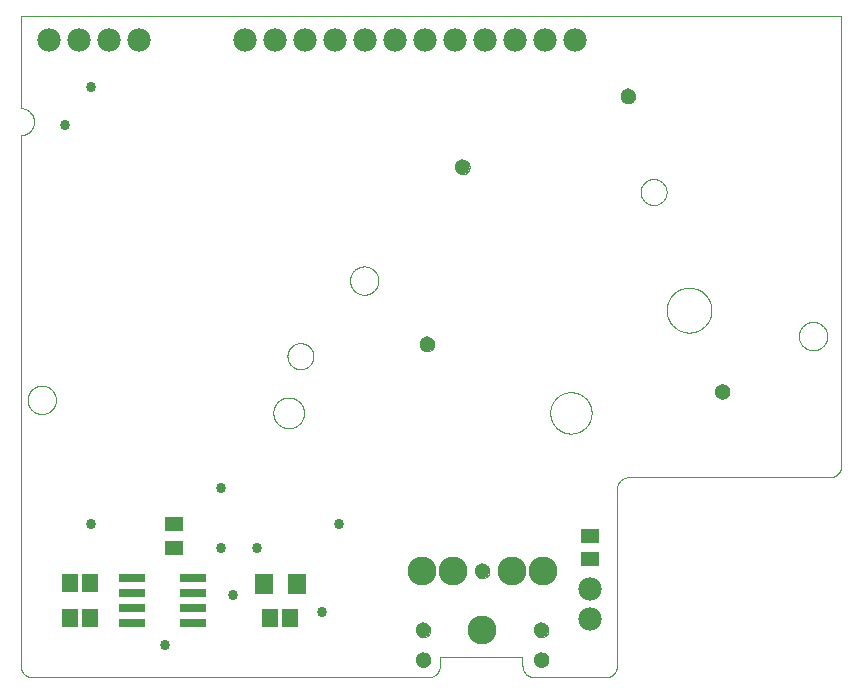
<source format=gbs>
G75*
%MOIN*%
%OFA0B0*%
%FSLAX25Y25*%
%IPPOS*%
%LPD*%
%AMOC8*
5,1,8,0,0,1.08239X$1,22.5*
%
%ADD10C,0.00000*%
%ADD11C,0.00039*%
%ADD12C,0.05124*%
%ADD13R,0.09061X0.02762*%
%ADD14R,0.05518X0.06306*%
%ADD15C,0.07800*%
%ADD16R,0.05912X0.06699*%
%ADD17R,0.05912X0.04731*%
%ADD18C,0.09600*%
%ADD19C,0.03378*%
D10*
X0020725Y0015180D02*
X0020725Y0191951D01*
X0020858Y0191953D01*
X0020991Y0191959D01*
X0021123Y0191969D01*
X0021256Y0191982D01*
X0021387Y0192000D01*
X0021519Y0192021D01*
X0021649Y0192046D01*
X0021779Y0192075D01*
X0021908Y0192108D01*
X0022035Y0192145D01*
X0022162Y0192185D01*
X0022288Y0192229D01*
X0022412Y0192277D01*
X0022534Y0192328D01*
X0022655Y0192383D01*
X0022775Y0192442D01*
X0022892Y0192503D01*
X0023008Y0192569D01*
X0023122Y0192637D01*
X0023234Y0192709D01*
X0023343Y0192785D01*
X0023451Y0192863D01*
X0023556Y0192945D01*
X0023658Y0193029D01*
X0023758Y0193117D01*
X0023856Y0193207D01*
X0023950Y0193301D01*
X0024042Y0193397D01*
X0024131Y0193496D01*
X0024217Y0193597D01*
X0024300Y0193701D01*
X0024380Y0193807D01*
X0024457Y0193915D01*
X0024531Y0194026D01*
X0024601Y0194139D01*
X0024668Y0194253D01*
X0024732Y0194370D01*
X0024792Y0194489D01*
X0024849Y0194609D01*
X0024902Y0194731D01*
X0024951Y0194854D01*
X0024997Y0194979D01*
X0025040Y0195105D01*
X0025078Y0195232D01*
X0025113Y0195361D01*
X0025144Y0195490D01*
X0025171Y0195620D01*
X0025194Y0195751D01*
X0025214Y0195882D01*
X0025229Y0196015D01*
X0025241Y0196147D01*
X0025249Y0196280D01*
X0025253Y0196413D01*
X0025253Y0196545D01*
X0025249Y0196678D01*
X0025241Y0196811D01*
X0025229Y0196943D01*
X0025214Y0197076D01*
X0025194Y0197207D01*
X0025171Y0197338D01*
X0025144Y0197468D01*
X0025113Y0197597D01*
X0025078Y0197726D01*
X0025040Y0197853D01*
X0024997Y0197979D01*
X0024951Y0198104D01*
X0024902Y0198227D01*
X0024849Y0198349D01*
X0024792Y0198469D01*
X0024732Y0198588D01*
X0024668Y0198705D01*
X0024601Y0198819D01*
X0024531Y0198932D01*
X0024457Y0199043D01*
X0024380Y0199151D01*
X0024300Y0199257D01*
X0024217Y0199361D01*
X0024131Y0199462D01*
X0024042Y0199561D01*
X0023950Y0199657D01*
X0023856Y0199751D01*
X0023758Y0199841D01*
X0023658Y0199929D01*
X0023556Y0200013D01*
X0023451Y0200095D01*
X0023343Y0200173D01*
X0023234Y0200249D01*
X0023122Y0200321D01*
X0023008Y0200389D01*
X0022892Y0200455D01*
X0022775Y0200516D01*
X0022655Y0200575D01*
X0022534Y0200630D01*
X0022412Y0200681D01*
X0022288Y0200729D01*
X0022162Y0200773D01*
X0022035Y0200813D01*
X0021908Y0200850D01*
X0021779Y0200883D01*
X0021649Y0200912D01*
X0021519Y0200937D01*
X0021387Y0200958D01*
X0021256Y0200976D01*
X0021123Y0200989D01*
X0020991Y0200999D01*
X0020858Y0201005D01*
X0020725Y0201007D01*
X0020725Y0201006D02*
X0020725Y0231715D01*
X0294347Y0231715D01*
X0294347Y0081912D01*
X0294345Y0081788D01*
X0294339Y0081665D01*
X0294330Y0081541D01*
X0294316Y0081419D01*
X0294299Y0081296D01*
X0294277Y0081174D01*
X0294252Y0081053D01*
X0294223Y0080933D01*
X0294191Y0080814D01*
X0294154Y0080695D01*
X0294114Y0080578D01*
X0294071Y0080463D01*
X0294023Y0080348D01*
X0293972Y0080236D01*
X0293918Y0080125D01*
X0293860Y0080015D01*
X0293799Y0079908D01*
X0293734Y0079802D01*
X0293666Y0079699D01*
X0293595Y0079598D01*
X0293521Y0079499D01*
X0293444Y0079402D01*
X0293363Y0079308D01*
X0293280Y0079217D01*
X0293194Y0079128D01*
X0293105Y0079042D01*
X0293014Y0078959D01*
X0292920Y0078878D01*
X0292823Y0078801D01*
X0292724Y0078727D01*
X0292623Y0078656D01*
X0292520Y0078588D01*
X0292414Y0078523D01*
X0292307Y0078462D01*
X0292197Y0078404D01*
X0292086Y0078350D01*
X0291974Y0078299D01*
X0291859Y0078251D01*
X0291744Y0078208D01*
X0291627Y0078168D01*
X0291508Y0078131D01*
X0291389Y0078099D01*
X0291269Y0078070D01*
X0291148Y0078045D01*
X0291026Y0078023D01*
X0290903Y0078006D01*
X0290781Y0077992D01*
X0290657Y0077983D01*
X0290534Y0077977D01*
X0290410Y0077975D01*
X0223481Y0077975D01*
X0223357Y0077973D01*
X0223234Y0077967D01*
X0223110Y0077958D01*
X0222988Y0077944D01*
X0222865Y0077927D01*
X0222743Y0077905D01*
X0222622Y0077880D01*
X0222502Y0077851D01*
X0222383Y0077819D01*
X0222264Y0077782D01*
X0222147Y0077742D01*
X0222032Y0077699D01*
X0221917Y0077651D01*
X0221805Y0077600D01*
X0221694Y0077546D01*
X0221584Y0077488D01*
X0221477Y0077427D01*
X0221371Y0077362D01*
X0221268Y0077294D01*
X0221167Y0077223D01*
X0221068Y0077149D01*
X0220971Y0077072D01*
X0220877Y0076991D01*
X0220786Y0076908D01*
X0220697Y0076822D01*
X0220611Y0076733D01*
X0220528Y0076642D01*
X0220447Y0076548D01*
X0220370Y0076451D01*
X0220296Y0076352D01*
X0220225Y0076251D01*
X0220157Y0076148D01*
X0220092Y0076042D01*
X0220031Y0075935D01*
X0219973Y0075825D01*
X0219919Y0075714D01*
X0219868Y0075602D01*
X0219820Y0075487D01*
X0219777Y0075372D01*
X0219737Y0075255D01*
X0219700Y0075136D01*
X0219668Y0075017D01*
X0219639Y0074897D01*
X0219614Y0074776D01*
X0219592Y0074654D01*
X0219575Y0074531D01*
X0219561Y0074409D01*
X0219552Y0074285D01*
X0219546Y0074162D01*
X0219544Y0074038D01*
X0219544Y0015180D01*
X0219542Y0015056D01*
X0219536Y0014933D01*
X0219527Y0014809D01*
X0219513Y0014687D01*
X0219496Y0014564D01*
X0219474Y0014442D01*
X0219449Y0014321D01*
X0219420Y0014201D01*
X0219388Y0014082D01*
X0219351Y0013963D01*
X0219311Y0013846D01*
X0219268Y0013731D01*
X0219220Y0013616D01*
X0219169Y0013504D01*
X0219115Y0013393D01*
X0219057Y0013283D01*
X0218996Y0013176D01*
X0218931Y0013070D01*
X0218863Y0012967D01*
X0218792Y0012866D01*
X0218718Y0012767D01*
X0218641Y0012670D01*
X0218560Y0012576D01*
X0218477Y0012485D01*
X0218391Y0012396D01*
X0218302Y0012310D01*
X0218211Y0012227D01*
X0218117Y0012146D01*
X0218020Y0012069D01*
X0217921Y0011995D01*
X0217820Y0011924D01*
X0217717Y0011856D01*
X0217611Y0011791D01*
X0217504Y0011730D01*
X0217394Y0011672D01*
X0217283Y0011618D01*
X0217171Y0011567D01*
X0217056Y0011519D01*
X0216941Y0011476D01*
X0216824Y0011436D01*
X0216705Y0011399D01*
X0216586Y0011367D01*
X0216466Y0011338D01*
X0216345Y0011313D01*
X0216223Y0011291D01*
X0216100Y0011274D01*
X0215978Y0011260D01*
X0215854Y0011251D01*
X0215731Y0011245D01*
X0215607Y0011243D01*
X0191985Y0011243D01*
X0191861Y0011245D01*
X0191738Y0011251D01*
X0191614Y0011260D01*
X0191492Y0011274D01*
X0191369Y0011291D01*
X0191247Y0011313D01*
X0191126Y0011338D01*
X0191006Y0011367D01*
X0190887Y0011399D01*
X0190768Y0011436D01*
X0190651Y0011476D01*
X0190536Y0011519D01*
X0190421Y0011567D01*
X0190309Y0011618D01*
X0190198Y0011672D01*
X0190088Y0011730D01*
X0189981Y0011791D01*
X0189875Y0011856D01*
X0189772Y0011924D01*
X0189671Y0011995D01*
X0189572Y0012069D01*
X0189475Y0012146D01*
X0189381Y0012227D01*
X0189290Y0012310D01*
X0189201Y0012396D01*
X0189115Y0012485D01*
X0189032Y0012576D01*
X0188951Y0012670D01*
X0188874Y0012767D01*
X0188800Y0012866D01*
X0188729Y0012967D01*
X0188661Y0013070D01*
X0188596Y0013176D01*
X0188535Y0013283D01*
X0188477Y0013393D01*
X0188423Y0013504D01*
X0188372Y0013616D01*
X0188324Y0013731D01*
X0188281Y0013846D01*
X0188241Y0013963D01*
X0188204Y0014082D01*
X0188172Y0014201D01*
X0188143Y0014321D01*
X0188118Y0014442D01*
X0188096Y0014564D01*
X0188079Y0014687D01*
X0188065Y0014809D01*
X0188056Y0014933D01*
X0188050Y0015056D01*
X0188048Y0015180D01*
X0188048Y0018132D01*
X0160489Y0018132D01*
X0160489Y0015180D01*
X0160487Y0015056D01*
X0160481Y0014933D01*
X0160472Y0014809D01*
X0160458Y0014687D01*
X0160441Y0014564D01*
X0160419Y0014442D01*
X0160394Y0014321D01*
X0160365Y0014201D01*
X0160333Y0014082D01*
X0160296Y0013963D01*
X0160256Y0013846D01*
X0160213Y0013731D01*
X0160165Y0013616D01*
X0160114Y0013504D01*
X0160060Y0013393D01*
X0160002Y0013283D01*
X0159941Y0013176D01*
X0159876Y0013070D01*
X0159808Y0012967D01*
X0159737Y0012866D01*
X0159663Y0012767D01*
X0159586Y0012670D01*
X0159505Y0012576D01*
X0159422Y0012485D01*
X0159336Y0012396D01*
X0159247Y0012310D01*
X0159156Y0012227D01*
X0159062Y0012146D01*
X0158965Y0012069D01*
X0158866Y0011995D01*
X0158765Y0011924D01*
X0158662Y0011856D01*
X0158556Y0011791D01*
X0158449Y0011730D01*
X0158339Y0011672D01*
X0158228Y0011618D01*
X0158116Y0011567D01*
X0158001Y0011519D01*
X0157886Y0011476D01*
X0157769Y0011436D01*
X0157650Y0011399D01*
X0157531Y0011367D01*
X0157411Y0011338D01*
X0157290Y0011313D01*
X0157168Y0011291D01*
X0157045Y0011274D01*
X0156923Y0011260D01*
X0156799Y0011251D01*
X0156676Y0011245D01*
X0156552Y0011243D01*
X0024662Y0011243D01*
X0024538Y0011245D01*
X0024415Y0011251D01*
X0024291Y0011260D01*
X0024169Y0011274D01*
X0024046Y0011291D01*
X0023924Y0011313D01*
X0023803Y0011338D01*
X0023683Y0011367D01*
X0023564Y0011399D01*
X0023445Y0011436D01*
X0023328Y0011476D01*
X0023213Y0011519D01*
X0023098Y0011567D01*
X0022986Y0011618D01*
X0022875Y0011672D01*
X0022765Y0011730D01*
X0022658Y0011791D01*
X0022552Y0011856D01*
X0022449Y0011924D01*
X0022348Y0011995D01*
X0022249Y0012069D01*
X0022152Y0012146D01*
X0022058Y0012227D01*
X0021967Y0012310D01*
X0021878Y0012396D01*
X0021792Y0012485D01*
X0021709Y0012576D01*
X0021628Y0012670D01*
X0021551Y0012767D01*
X0021477Y0012866D01*
X0021406Y0012967D01*
X0021338Y0013070D01*
X0021273Y0013176D01*
X0021212Y0013283D01*
X0021154Y0013393D01*
X0021100Y0013504D01*
X0021049Y0013616D01*
X0021001Y0013731D01*
X0020958Y0013846D01*
X0020918Y0013963D01*
X0020881Y0014082D01*
X0020849Y0014201D01*
X0020820Y0014321D01*
X0020795Y0014442D01*
X0020773Y0014564D01*
X0020756Y0014687D01*
X0020742Y0014809D01*
X0020733Y0014933D01*
X0020727Y0015056D01*
X0020725Y0015180D01*
X0152615Y0017148D02*
X0152617Y0017245D01*
X0152623Y0017342D01*
X0152633Y0017438D01*
X0152647Y0017534D01*
X0152665Y0017630D01*
X0152686Y0017724D01*
X0152712Y0017818D01*
X0152741Y0017910D01*
X0152775Y0018001D01*
X0152811Y0018091D01*
X0152852Y0018179D01*
X0152896Y0018265D01*
X0152944Y0018350D01*
X0152995Y0018432D01*
X0153049Y0018513D01*
X0153107Y0018591D01*
X0153168Y0018666D01*
X0153231Y0018739D01*
X0153298Y0018810D01*
X0153368Y0018877D01*
X0153440Y0018942D01*
X0153515Y0019003D01*
X0153593Y0019062D01*
X0153672Y0019117D01*
X0153754Y0019169D01*
X0153838Y0019217D01*
X0153924Y0019262D01*
X0154012Y0019304D01*
X0154101Y0019342D01*
X0154192Y0019376D01*
X0154284Y0019406D01*
X0154377Y0019433D01*
X0154472Y0019455D01*
X0154567Y0019474D01*
X0154663Y0019489D01*
X0154759Y0019500D01*
X0154856Y0019507D01*
X0154953Y0019510D01*
X0155050Y0019509D01*
X0155147Y0019504D01*
X0155243Y0019495D01*
X0155339Y0019482D01*
X0155435Y0019465D01*
X0155530Y0019444D01*
X0155623Y0019420D01*
X0155716Y0019391D01*
X0155808Y0019359D01*
X0155898Y0019323D01*
X0155986Y0019284D01*
X0156073Y0019240D01*
X0156158Y0019194D01*
X0156241Y0019143D01*
X0156322Y0019090D01*
X0156400Y0019033D01*
X0156477Y0018973D01*
X0156550Y0018910D01*
X0156621Y0018844D01*
X0156689Y0018775D01*
X0156755Y0018703D01*
X0156817Y0018629D01*
X0156876Y0018552D01*
X0156932Y0018473D01*
X0156985Y0018391D01*
X0157035Y0018308D01*
X0157080Y0018222D01*
X0157123Y0018135D01*
X0157162Y0018046D01*
X0157197Y0017956D01*
X0157228Y0017864D01*
X0157255Y0017771D01*
X0157279Y0017677D01*
X0157299Y0017582D01*
X0157315Y0017486D01*
X0157327Y0017390D01*
X0157335Y0017293D01*
X0157339Y0017196D01*
X0157339Y0017100D01*
X0157335Y0017003D01*
X0157327Y0016906D01*
X0157315Y0016810D01*
X0157299Y0016714D01*
X0157279Y0016619D01*
X0157255Y0016525D01*
X0157228Y0016432D01*
X0157197Y0016340D01*
X0157162Y0016250D01*
X0157123Y0016161D01*
X0157080Y0016074D01*
X0157035Y0015988D01*
X0156985Y0015905D01*
X0156932Y0015823D01*
X0156876Y0015744D01*
X0156817Y0015667D01*
X0156755Y0015593D01*
X0156689Y0015521D01*
X0156621Y0015452D01*
X0156550Y0015386D01*
X0156477Y0015323D01*
X0156400Y0015263D01*
X0156322Y0015206D01*
X0156241Y0015153D01*
X0156158Y0015102D01*
X0156073Y0015056D01*
X0155986Y0015012D01*
X0155898Y0014973D01*
X0155808Y0014937D01*
X0155716Y0014905D01*
X0155623Y0014876D01*
X0155530Y0014852D01*
X0155435Y0014831D01*
X0155339Y0014814D01*
X0155243Y0014801D01*
X0155147Y0014792D01*
X0155050Y0014787D01*
X0154953Y0014786D01*
X0154856Y0014789D01*
X0154759Y0014796D01*
X0154663Y0014807D01*
X0154567Y0014822D01*
X0154472Y0014841D01*
X0154377Y0014863D01*
X0154284Y0014890D01*
X0154192Y0014920D01*
X0154101Y0014954D01*
X0154012Y0014992D01*
X0153924Y0015034D01*
X0153838Y0015079D01*
X0153754Y0015127D01*
X0153672Y0015179D01*
X0153593Y0015234D01*
X0153515Y0015293D01*
X0153440Y0015354D01*
X0153368Y0015419D01*
X0153298Y0015486D01*
X0153231Y0015557D01*
X0153168Y0015630D01*
X0153107Y0015705D01*
X0153049Y0015783D01*
X0152995Y0015864D01*
X0152944Y0015946D01*
X0152896Y0016031D01*
X0152852Y0016117D01*
X0152811Y0016205D01*
X0152775Y0016295D01*
X0152741Y0016386D01*
X0152712Y0016478D01*
X0152686Y0016572D01*
X0152665Y0016666D01*
X0152647Y0016762D01*
X0152633Y0016858D01*
X0152623Y0016954D01*
X0152617Y0017051D01*
X0152615Y0017148D01*
X0152615Y0026991D02*
X0152617Y0027088D01*
X0152623Y0027185D01*
X0152633Y0027281D01*
X0152647Y0027377D01*
X0152665Y0027473D01*
X0152686Y0027567D01*
X0152712Y0027661D01*
X0152741Y0027753D01*
X0152775Y0027844D01*
X0152811Y0027934D01*
X0152852Y0028022D01*
X0152896Y0028108D01*
X0152944Y0028193D01*
X0152995Y0028275D01*
X0153049Y0028356D01*
X0153107Y0028434D01*
X0153168Y0028509D01*
X0153231Y0028582D01*
X0153298Y0028653D01*
X0153368Y0028720D01*
X0153440Y0028785D01*
X0153515Y0028846D01*
X0153593Y0028905D01*
X0153672Y0028960D01*
X0153754Y0029012D01*
X0153838Y0029060D01*
X0153924Y0029105D01*
X0154012Y0029147D01*
X0154101Y0029185D01*
X0154192Y0029219D01*
X0154284Y0029249D01*
X0154377Y0029276D01*
X0154472Y0029298D01*
X0154567Y0029317D01*
X0154663Y0029332D01*
X0154759Y0029343D01*
X0154856Y0029350D01*
X0154953Y0029353D01*
X0155050Y0029352D01*
X0155147Y0029347D01*
X0155243Y0029338D01*
X0155339Y0029325D01*
X0155435Y0029308D01*
X0155530Y0029287D01*
X0155623Y0029263D01*
X0155716Y0029234D01*
X0155808Y0029202D01*
X0155898Y0029166D01*
X0155986Y0029127D01*
X0156073Y0029083D01*
X0156158Y0029037D01*
X0156241Y0028986D01*
X0156322Y0028933D01*
X0156400Y0028876D01*
X0156477Y0028816D01*
X0156550Y0028753D01*
X0156621Y0028687D01*
X0156689Y0028618D01*
X0156755Y0028546D01*
X0156817Y0028472D01*
X0156876Y0028395D01*
X0156932Y0028316D01*
X0156985Y0028234D01*
X0157035Y0028151D01*
X0157080Y0028065D01*
X0157123Y0027978D01*
X0157162Y0027889D01*
X0157197Y0027799D01*
X0157228Y0027707D01*
X0157255Y0027614D01*
X0157279Y0027520D01*
X0157299Y0027425D01*
X0157315Y0027329D01*
X0157327Y0027233D01*
X0157335Y0027136D01*
X0157339Y0027039D01*
X0157339Y0026943D01*
X0157335Y0026846D01*
X0157327Y0026749D01*
X0157315Y0026653D01*
X0157299Y0026557D01*
X0157279Y0026462D01*
X0157255Y0026368D01*
X0157228Y0026275D01*
X0157197Y0026183D01*
X0157162Y0026093D01*
X0157123Y0026004D01*
X0157080Y0025917D01*
X0157035Y0025831D01*
X0156985Y0025748D01*
X0156932Y0025666D01*
X0156876Y0025587D01*
X0156817Y0025510D01*
X0156755Y0025436D01*
X0156689Y0025364D01*
X0156621Y0025295D01*
X0156550Y0025229D01*
X0156477Y0025166D01*
X0156400Y0025106D01*
X0156322Y0025049D01*
X0156241Y0024996D01*
X0156158Y0024945D01*
X0156073Y0024899D01*
X0155986Y0024855D01*
X0155898Y0024816D01*
X0155808Y0024780D01*
X0155716Y0024748D01*
X0155623Y0024719D01*
X0155530Y0024695D01*
X0155435Y0024674D01*
X0155339Y0024657D01*
X0155243Y0024644D01*
X0155147Y0024635D01*
X0155050Y0024630D01*
X0154953Y0024629D01*
X0154856Y0024632D01*
X0154759Y0024639D01*
X0154663Y0024650D01*
X0154567Y0024665D01*
X0154472Y0024684D01*
X0154377Y0024706D01*
X0154284Y0024733D01*
X0154192Y0024763D01*
X0154101Y0024797D01*
X0154012Y0024835D01*
X0153924Y0024877D01*
X0153838Y0024922D01*
X0153754Y0024970D01*
X0153672Y0025022D01*
X0153593Y0025077D01*
X0153515Y0025136D01*
X0153440Y0025197D01*
X0153368Y0025262D01*
X0153298Y0025329D01*
X0153231Y0025400D01*
X0153168Y0025473D01*
X0153107Y0025548D01*
X0153049Y0025626D01*
X0152995Y0025707D01*
X0152944Y0025789D01*
X0152896Y0025874D01*
X0152852Y0025960D01*
X0152811Y0026048D01*
X0152775Y0026138D01*
X0152741Y0026229D01*
X0152712Y0026321D01*
X0152686Y0026415D01*
X0152665Y0026509D01*
X0152647Y0026605D01*
X0152633Y0026701D01*
X0152623Y0026797D01*
X0152617Y0026894D01*
X0152615Y0026991D01*
X0172300Y0046676D02*
X0172302Y0046773D01*
X0172308Y0046870D01*
X0172318Y0046966D01*
X0172332Y0047062D01*
X0172350Y0047158D01*
X0172371Y0047252D01*
X0172397Y0047346D01*
X0172426Y0047438D01*
X0172460Y0047529D01*
X0172496Y0047619D01*
X0172537Y0047707D01*
X0172581Y0047793D01*
X0172629Y0047878D01*
X0172680Y0047960D01*
X0172734Y0048041D01*
X0172792Y0048119D01*
X0172853Y0048194D01*
X0172916Y0048267D01*
X0172983Y0048338D01*
X0173053Y0048405D01*
X0173125Y0048470D01*
X0173200Y0048531D01*
X0173278Y0048590D01*
X0173357Y0048645D01*
X0173439Y0048697D01*
X0173523Y0048745D01*
X0173609Y0048790D01*
X0173697Y0048832D01*
X0173786Y0048870D01*
X0173877Y0048904D01*
X0173969Y0048934D01*
X0174062Y0048961D01*
X0174157Y0048983D01*
X0174252Y0049002D01*
X0174348Y0049017D01*
X0174444Y0049028D01*
X0174541Y0049035D01*
X0174638Y0049038D01*
X0174735Y0049037D01*
X0174832Y0049032D01*
X0174928Y0049023D01*
X0175024Y0049010D01*
X0175120Y0048993D01*
X0175215Y0048972D01*
X0175308Y0048948D01*
X0175401Y0048919D01*
X0175493Y0048887D01*
X0175583Y0048851D01*
X0175671Y0048812D01*
X0175758Y0048768D01*
X0175843Y0048722D01*
X0175926Y0048671D01*
X0176007Y0048618D01*
X0176085Y0048561D01*
X0176162Y0048501D01*
X0176235Y0048438D01*
X0176306Y0048372D01*
X0176374Y0048303D01*
X0176440Y0048231D01*
X0176502Y0048157D01*
X0176561Y0048080D01*
X0176617Y0048001D01*
X0176670Y0047919D01*
X0176720Y0047836D01*
X0176765Y0047750D01*
X0176808Y0047663D01*
X0176847Y0047574D01*
X0176882Y0047484D01*
X0176913Y0047392D01*
X0176940Y0047299D01*
X0176964Y0047205D01*
X0176984Y0047110D01*
X0177000Y0047014D01*
X0177012Y0046918D01*
X0177020Y0046821D01*
X0177024Y0046724D01*
X0177024Y0046628D01*
X0177020Y0046531D01*
X0177012Y0046434D01*
X0177000Y0046338D01*
X0176984Y0046242D01*
X0176964Y0046147D01*
X0176940Y0046053D01*
X0176913Y0045960D01*
X0176882Y0045868D01*
X0176847Y0045778D01*
X0176808Y0045689D01*
X0176765Y0045602D01*
X0176720Y0045516D01*
X0176670Y0045433D01*
X0176617Y0045351D01*
X0176561Y0045272D01*
X0176502Y0045195D01*
X0176440Y0045121D01*
X0176374Y0045049D01*
X0176306Y0044980D01*
X0176235Y0044914D01*
X0176162Y0044851D01*
X0176085Y0044791D01*
X0176007Y0044734D01*
X0175926Y0044681D01*
X0175843Y0044630D01*
X0175758Y0044584D01*
X0175671Y0044540D01*
X0175583Y0044501D01*
X0175493Y0044465D01*
X0175401Y0044433D01*
X0175308Y0044404D01*
X0175215Y0044380D01*
X0175120Y0044359D01*
X0175024Y0044342D01*
X0174928Y0044329D01*
X0174832Y0044320D01*
X0174735Y0044315D01*
X0174638Y0044314D01*
X0174541Y0044317D01*
X0174444Y0044324D01*
X0174348Y0044335D01*
X0174252Y0044350D01*
X0174157Y0044369D01*
X0174062Y0044391D01*
X0173969Y0044418D01*
X0173877Y0044448D01*
X0173786Y0044482D01*
X0173697Y0044520D01*
X0173609Y0044562D01*
X0173523Y0044607D01*
X0173439Y0044655D01*
X0173357Y0044707D01*
X0173278Y0044762D01*
X0173200Y0044821D01*
X0173125Y0044882D01*
X0173053Y0044947D01*
X0172983Y0045014D01*
X0172916Y0045085D01*
X0172853Y0045158D01*
X0172792Y0045233D01*
X0172734Y0045311D01*
X0172680Y0045392D01*
X0172629Y0045474D01*
X0172581Y0045559D01*
X0172537Y0045645D01*
X0172496Y0045733D01*
X0172460Y0045823D01*
X0172426Y0045914D01*
X0172397Y0046006D01*
X0172371Y0046100D01*
X0172350Y0046194D01*
X0172332Y0046290D01*
X0172318Y0046386D01*
X0172308Y0046482D01*
X0172302Y0046579D01*
X0172300Y0046676D01*
X0191985Y0026991D02*
X0191987Y0027088D01*
X0191993Y0027185D01*
X0192003Y0027281D01*
X0192017Y0027377D01*
X0192035Y0027473D01*
X0192056Y0027567D01*
X0192082Y0027661D01*
X0192111Y0027753D01*
X0192145Y0027844D01*
X0192181Y0027934D01*
X0192222Y0028022D01*
X0192266Y0028108D01*
X0192314Y0028193D01*
X0192365Y0028275D01*
X0192419Y0028356D01*
X0192477Y0028434D01*
X0192538Y0028509D01*
X0192601Y0028582D01*
X0192668Y0028653D01*
X0192738Y0028720D01*
X0192810Y0028785D01*
X0192885Y0028846D01*
X0192963Y0028905D01*
X0193042Y0028960D01*
X0193124Y0029012D01*
X0193208Y0029060D01*
X0193294Y0029105D01*
X0193382Y0029147D01*
X0193471Y0029185D01*
X0193562Y0029219D01*
X0193654Y0029249D01*
X0193747Y0029276D01*
X0193842Y0029298D01*
X0193937Y0029317D01*
X0194033Y0029332D01*
X0194129Y0029343D01*
X0194226Y0029350D01*
X0194323Y0029353D01*
X0194420Y0029352D01*
X0194517Y0029347D01*
X0194613Y0029338D01*
X0194709Y0029325D01*
X0194805Y0029308D01*
X0194900Y0029287D01*
X0194993Y0029263D01*
X0195086Y0029234D01*
X0195178Y0029202D01*
X0195268Y0029166D01*
X0195356Y0029127D01*
X0195443Y0029083D01*
X0195528Y0029037D01*
X0195611Y0028986D01*
X0195692Y0028933D01*
X0195770Y0028876D01*
X0195847Y0028816D01*
X0195920Y0028753D01*
X0195991Y0028687D01*
X0196059Y0028618D01*
X0196125Y0028546D01*
X0196187Y0028472D01*
X0196246Y0028395D01*
X0196302Y0028316D01*
X0196355Y0028234D01*
X0196405Y0028151D01*
X0196450Y0028065D01*
X0196493Y0027978D01*
X0196532Y0027889D01*
X0196567Y0027799D01*
X0196598Y0027707D01*
X0196625Y0027614D01*
X0196649Y0027520D01*
X0196669Y0027425D01*
X0196685Y0027329D01*
X0196697Y0027233D01*
X0196705Y0027136D01*
X0196709Y0027039D01*
X0196709Y0026943D01*
X0196705Y0026846D01*
X0196697Y0026749D01*
X0196685Y0026653D01*
X0196669Y0026557D01*
X0196649Y0026462D01*
X0196625Y0026368D01*
X0196598Y0026275D01*
X0196567Y0026183D01*
X0196532Y0026093D01*
X0196493Y0026004D01*
X0196450Y0025917D01*
X0196405Y0025831D01*
X0196355Y0025748D01*
X0196302Y0025666D01*
X0196246Y0025587D01*
X0196187Y0025510D01*
X0196125Y0025436D01*
X0196059Y0025364D01*
X0195991Y0025295D01*
X0195920Y0025229D01*
X0195847Y0025166D01*
X0195770Y0025106D01*
X0195692Y0025049D01*
X0195611Y0024996D01*
X0195528Y0024945D01*
X0195443Y0024899D01*
X0195356Y0024855D01*
X0195268Y0024816D01*
X0195178Y0024780D01*
X0195086Y0024748D01*
X0194993Y0024719D01*
X0194900Y0024695D01*
X0194805Y0024674D01*
X0194709Y0024657D01*
X0194613Y0024644D01*
X0194517Y0024635D01*
X0194420Y0024630D01*
X0194323Y0024629D01*
X0194226Y0024632D01*
X0194129Y0024639D01*
X0194033Y0024650D01*
X0193937Y0024665D01*
X0193842Y0024684D01*
X0193747Y0024706D01*
X0193654Y0024733D01*
X0193562Y0024763D01*
X0193471Y0024797D01*
X0193382Y0024835D01*
X0193294Y0024877D01*
X0193208Y0024922D01*
X0193124Y0024970D01*
X0193042Y0025022D01*
X0192963Y0025077D01*
X0192885Y0025136D01*
X0192810Y0025197D01*
X0192738Y0025262D01*
X0192668Y0025329D01*
X0192601Y0025400D01*
X0192538Y0025473D01*
X0192477Y0025548D01*
X0192419Y0025626D01*
X0192365Y0025707D01*
X0192314Y0025789D01*
X0192266Y0025874D01*
X0192222Y0025960D01*
X0192181Y0026048D01*
X0192145Y0026138D01*
X0192111Y0026229D01*
X0192082Y0026321D01*
X0192056Y0026415D01*
X0192035Y0026509D01*
X0192017Y0026605D01*
X0192003Y0026701D01*
X0191993Y0026797D01*
X0191987Y0026894D01*
X0191985Y0026991D01*
X0191985Y0017148D02*
X0191987Y0017245D01*
X0191993Y0017342D01*
X0192003Y0017438D01*
X0192017Y0017534D01*
X0192035Y0017630D01*
X0192056Y0017724D01*
X0192082Y0017818D01*
X0192111Y0017910D01*
X0192145Y0018001D01*
X0192181Y0018091D01*
X0192222Y0018179D01*
X0192266Y0018265D01*
X0192314Y0018350D01*
X0192365Y0018432D01*
X0192419Y0018513D01*
X0192477Y0018591D01*
X0192538Y0018666D01*
X0192601Y0018739D01*
X0192668Y0018810D01*
X0192738Y0018877D01*
X0192810Y0018942D01*
X0192885Y0019003D01*
X0192963Y0019062D01*
X0193042Y0019117D01*
X0193124Y0019169D01*
X0193208Y0019217D01*
X0193294Y0019262D01*
X0193382Y0019304D01*
X0193471Y0019342D01*
X0193562Y0019376D01*
X0193654Y0019406D01*
X0193747Y0019433D01*
X0193842Y0019455D01*
X0193937Y0019474D01*
X0194033Y0019489D01*
X0194129Y0019500D01*
X0194226Y0019507D01*
X0194323Y0019510D01*
X0194420Y0019509D01*
X0194517Y0019504D01*
X0194613Y0019495D01*
X0194709Y0019482D01*
X0194805Y0019465D01*
X0194900Y0019444D01*
X0194993Y0019420D01*
X0195086Y0019391D01*
X0195178Y0019359D01*
X0195268Y0019323D01*
X0195356Y0019284D01*
X0195443Y0019240D01*
X0195528Y0019194D01*
X0195611Y0019143D01*
X0195692Y0019090D01*
X0195770Y0019033D01*
X0195847Y0018973D01*
X0195920Y0018910D01*
X0195991Y0018844D01*
X0196059Y0018775D01*
X0196125Y0018703D01*
X0196187Y0018629D01*
X0196246Y0018552D01*
X0196302Y0018473D01*
X0196355Y0018391D01*
X0196405Y0018308D01*
X0196450Y0018222D01*
X0196493Y0018135D01*
X0196532Y0018046D01*
X0196567Y0017956D01*
X0196598Y0017864D01*
X0196625Y0017771D01*
X0196649Y0017677D01*
X0196669Y0017582D01*
X0196685Y0017486D01*
X0196697Y0017390D01*
X0196705Y0017293D01*
X0196709Y0017196D01*
X0196709Y0017100D01*
X0196705Y0017003D01*
X0196697Y0016906D01*
X0196685Y0016810D01*
X0196669Y0016714D01*
X0196649Y0016619D01*
X0196625Y0016525D01*
X0196598Y0016432D01*
X0196567Y0016340D01*
X0196532Y0016250D01*
X0196493Y0016161D01*
X0196450Y0016074D01*
X0196405Y0015988D01*
X0196355Y0015905D01*
X0196302Y0015823D01*
X0196246Y0015744D01*
X0196187Y0015667D01*
X0196125Y0015593D01*
X0196059Y0015521D01*
X0195991Y0015452D01*
X0195920Y0015386D01*
X0195847Y0015323D01*
X0195770Y0015263D01*
X0195692Y0015206D01*
X0195611Y0015153D01*
X0195528Y0015102D01*
X0195443Y0015056D01*
X0195356Y0015012D01*
X0195268Y0014973D01*
X0195178Y0014937D01*
X0195086Y0014905D01*
X0194993Y0014876D01*
X0194900Y0014852D01*
X0194805Y0014831D01*
X0194709Y0014814D01*
X0194613Y0014801D01*
X0194517Y0014792D01*
X0194420Y0014787D01*
X0194323Y0014786D01*
X0194226Y0014789D01*
X0194129Y0014796D01*
X0194033Y0014807D01*
X0193937Y0014822D01*
X0193842Y0014841D01*
X0193747Y0014863D01*
X0193654Y0014890D01*
X0193562Y0014920D01*
X0193471Y0014954D01*
X0193382Y0014992D01*
X0193294Y0015034D01*
X0193208Y0015079D01*
X0193124Y0015127D01*
X0193042Y0015179D01*
X0192963Y0015234D01*
X0192885Y0015293D01*
X0192810Y0015354D01*
X0192738Y0015419D01*
X0192668Y0015486D01*
X0192601Y0015557D01*
X0192538Y0015630D01*
X0192477Y0015705D01*
X0192419Y0015783D01*
X0192365Y0015864D01*
X0192314Y0015946D01*
X0192266Y0016031D01*
X0192222Y0016117D01*
X0192181Y0016205D01*
X0192145Y0016295D01*
X0192111Y0016386D01*
X0192082Y0016478D01*
X0192056Y0016572D01*
X0192035Y0016666D01*
X0192017Y0016762D01*
X0192003Y0016858D01*
X0191993Y0016954D01*
X0191987Y0017051D01*
X0191985Y0017148D01*
X0153875Y0122306D02*
X0153877Y0122403D01*
X0153883Y0122500D01*
X0153893Y0122596D01*
X0153907Y0122692D01*
X0153925Y0122788D01*
X0153946Y0122882D01*
X0153972Y0122976D01*
X0154001Y0123068D01*
X0154035Y0123159D01*
X0154071Y0123249D01*
X0154112Y0123337D01*
X0154156Y0123423D01*
X0154204Y0123508D01*
X0154255Y0123590D01*
X0154309Y0123671D01*
X0154367Y0123749D01*
X0154428Y0123824D01*
X0154491Y0123897D01*
X0154558Y0123968D01*
X0154628Y0124035D01*
X0154700Y0124100D01*
X0154775Y0124161D01*
X0154853Y0124220D01*
X0154932Y0124275D01*
X0155014Y0124327D01*
X0155098Y0124375D01*
X0155184Y0124420D01*
X0155272Y0124462D01*
X0155361Y0124500D01*
X0155452Y0124534D01*
X0155544Y0124564D01*
X0155637Y0124591D01*
X0155732Y0124613D01*
X0155827Y0124632D01*
X0155923Y0124647D01*
X0156019Y0124658D01*
X0156116Y0124665D01*
X0156213Y0124668D01*
X0156310Y0124667D01*
X0156407Y0124662D01*
X0156503Y0124653D01*
X0156599Y0124640D01*
X0156695Y0124623D01*
X0156790Y0124602D01*
X0156883Y0124578D01*
X0156976Y0124549D01*
X0157068Y0124517D01*
X0157158Y0124481D01*
X0157246Y0124442D01*
X0157333Y0124398D01*
X0157418Y0124352D01*
X0157501Y0124301D01*
X0157582Y0124248D01*
X0157660Y0124191D01*
X0157737Y0124131D01*
X0157810Y0124068D01*
X0157881Y0124002D01*
X0157949Y0123933D01*
X0158015Y0123861D01*
X0158077Y0123787D01*
X0158136Y0123710D01*
X0158192Y0123631D01*
X0158245Y0123549D01*
X0158295Y0123466D01*
X0158340Y0123380D01*
X0158383Y0123293D01*
X0158422Y0123204D01*
X0158457Y0123114D01*
X0158488Y0123022D01*
X0158515Y0122929D01*
X0158539Y0122835D01*
X0158559Y0122740D01*
X0158575Y0122644D01*
X0158587Y0122548D01*
X0158595Y0122451D01*
X0158599Y0122354D01*
X0158599Y0122258D01*
X0158595Y0122161D01*
X0158587Y0122064D01*
X0158575Y0121968D01*
X0158559Y0121872D01*
X0158539Y0121777D01*
X0158515Y0121683D01*
X0158488Y0121590D01*
X0158457Y0121498D01*
X0158422Y0121408D01*
X0158383Y0121319D01*
X0158340Y0121232D01*
X0158295Y0121146D01*
X0158245Y0121063D01*
X0158192Y0120981D01*
X0158136Y0120902D01*
X0158077Y0120825D01*
X0158015Y0120751D01*
X0157949Y0120679D01*
X0157881Y0120610D01*
X0157810Y0120544D01*
X0157737Y0120481D01*
X0157660Y0120421D01*
X0157582Y0120364D01*
X0157501Y0120311D01*
X0157418Y0120260D01*
X0157333Y0120214D01*
X0157246Y0120170D01*
X0157158Y0120131D01*
X0157068Y0120095D01*
X0156976Y0120063D01*
X0156883Y0120034D01*
X0156790Y0120010D01*
X0156695Y0119989D01*
X0156599Y0119972D01*
X0156503Y0119959D01*
X0156407Y0119950D01*
X0156310Y0119945D01*
X0156213Y0119944D01*
X0156116Y0119947D01*
X0156019Y0119954D01*
X0155923Y0119965D01*
X0155827Y0119980D01*
X0155732Y0119999D01*
X0155637Y0120021D01*
X0155544Y0120048D01*
X0155452Y0120078D01*
X0155361Y0120112D01*
X0155272Y0120150D01*
X0155184Y0120192D01*
X0155098Y0120237D01*
X0155014Y0120285D01*
X0154932Y0120337D01*
X0154853Y0120392D01*
X0154775Y0120451D01*
X0154700Y0120512D01*
X0154628Y0120577D01*
X0154558Y0120644D01*
X0154491Y0120715D01*
X0154428Y0120788D01*
X0154367Y0120863D01*
X0154309Y0120941D01*
X0154255Y0121022D01*
X0154204Y0121104D01*
X0154156Y0121189D01*
X0154112Y0121275D01*
X0154071Y0121363D01*
X0154035Y0121453D01*
X0154001Y0121544D01*
X0153972Y0121636D01*
X0153946Y0121730D01*
X0153925Y0121824D01*
X0153907Y0121920D01*
X0153893Y0122016D01*
X0153883Y0122112D01*
X0153877Y0122209D01*
X0153875Y0122306D01*
X0165686Y0181361D02*
X0165688Y0181458D01*
X0165694Y0181555D01*
X0165704Y0181651D01*
X0165718Y0181747D01*
X0165736Y0181843D01*
X0165757Y0181937D01*
X0165783Y0182031D01*
X0165812Y0182123D01*
X0165846Y0182214D01*
X0165882Y0182304D01*
X0165923Y0182392D01*
X0165967Y0182478D01*
X0166015Y0182563D01*
X0166066Y0182645D01*
X0166120Y0182726D01*
X0166178Y0182804D01*
X0166239Y0182879D01*
X0166302Y0182952D01*
X0166369Y0183023D01*
X0166439Y0183090D01*
X0166511Y0183155D01*
X0166586Y0183216D01*
X0166664Y0183275D01*
X0166743Y0183330D01*
X0166825Y0183382D01*
X0166909Y0183430D01*
X0166995Y0183475D01*
X0167083Y0183517D01*
X0167172Y0183555D01*
X0167263Y0183589D01*
X0167355Y0183619D01*
X0167448Y0183646D01*
X0167543Y0183668D01*
X0167638Y0183687D01*
X0167734Y0183702D01*
X0167830Y0183713D01*
X0167927Y0183720D01*
X0168024Y0183723D01*
X0168121Y0183722D01*
X0168218Y0183717D01*
X0168314Y0183708D01*
X0168410Y0183695D01*
X0168506Y0183678D01*
X0168601Y0183657D01*
X0168694Y0183633D01*
X0168787Y0183604D01*
X0168879Y0183572D01*
X0168969Y0183536D01*
X0169057Y0183497D01*
X0169144Y0183453D01*
X0169229Y0183407D01*
X0169312Y0183356D01*
X0169393Y0183303D01*
X0169471Y0183246D01*
X0169548Y0183186D01*
X0169621Y0183123D01*
X0169692Y0183057D01*
X0169760Y0182988D01*
X0169826Y0182916D01*
X0169888Y0182842D01*
X0169947Y0182765D01*
X0170003Y0182686D01*
X0170056Y0182604D01*
X0170106Y0182521D01*
X0170151Y0182435D01*
X0170194Y0182348D01*
X0170233Y0182259D01*
X0170268Y0182169D01*
X0170299Y0182077D01*
X0170326Y0181984D01*
X0170350Y0181890D01*
X0170370Y0181795D01*
X0170386Y0181699D01*
X0170398Y0181603D01*
X0170406Y0181506D01*
X0170410Y0181409D01*
X0170410Y0181313D01*
X0170406Y0181216D01*
X0170398Y0181119D01*
X0170386Y0181023D01*
X0170370Y0180927D01*
X0170350Y0180832D01*
X0170326Y0180738D01*
X0170299Y0180645D01*
X0170268Y0180553D01*
X0170233Y0180463D01*
X0170194Y0180374D01*
X0170151Y0180287D01*
X0170106Y0180201D01*
X0170056Y0180118D01*
X0170003Y0180036D01*
X0169947Y0179957D01*
X0169888Y0179880D01*
X0169826Y0179806D01*
X0169760Y0179734D01*
X0169692Y0179665D01*
X0169621Y0179599D01*
X0169548Y0179536D01*
X0169471Y0179476D01*
X0169393Y0179419D01*
X0169312Y0179366D01*
X0169229Y0179315D01*
X0169144Y0179269D01*
X0169057Y0179225D01*
X0168969Y0179186D01*
X0168879Y0179150D01*
X0168787Y0179118D01*
X0168694Y0179089D01*
X0168601Y0179065D01*
X0168506Y0179044D01*
X0168410Y0179027D01*
X0168314Y0179014D01*
X0168218Y0179005D01*
X0168121Y0179000D01*
X0168024Y0178999D01*
X0167927Y0179002D01*
X0167830Y0179009D01*
X0167734Y0179020D01*
X0167638Y0179035D01*
X0167543Y0179054D01*
X0167448Y0179076D01*
X0167355Y0179103D01*
X0167263Y0179133D01*
X0167172Y0179167D01*
X0167083Y0179205D01*
X0166995Y0179247D01*
X0166909Y0179292D01*
X0166825Y0179340D01*
X0166743Y0179392D01*
X0166664Y0179447D01*
X0166586Y0179506D01*
X0166511Y0179567D01*
X0166439Y0179632D01*
X0166369Y0179699D01*
X0166302Y0179770D01*
X0166239Y0179843D01*
X0166178Y0179918D01*
X0166120Y0179996D01*
X0166066Y0180077D01*
X0166015Y0180159D01*
X0165967Y0180244D01*
X0165923Y0180330D01*
X0165882Y0180418D01*
X0165846Y0180508D01*
X0165812Y0180599D01*
X0165783Y0180691D01*
X0165757Y0180785D01*
X0165736Y0180879D01*
X0165718Y0180975D01*
X0165704Y0181071D01*
X0165694Y0181167D01*
X0165688Y0181264D01*
X0165686Y0181361D01*
X0220804Y0204983D02*
X0220806Y0205080D01*
X0220812Y0205177D01*
X0220822Y0205273D01*
X0220836Y0205369D01*
X0220854Y0205465D01*
X0220875Y0205559D01*
X0220901Y0205653D01*
X0220930Y0205745D01*
X0220964Y0205836D01*
X0221000Y0205926D01*
X0221041Y0206014D01*
X0221085Y0206100D01*
X0221133Y0206185D01*
X0221184Y0206267D01*
X0221238Y0206348D01*
X0221296Y0206426D01*
X0221357Y0206501D01*
X0221420Y0206574D01*
X0221487Y0206645D01*
X0221557Y0206712D01*
X0221629Y0206777D01*
X0221704Y0206838D01*
X0221782Y0206897D01*
X0221861Y0206952D01*
X0221943Y0207004D01*
X0222027Y0207052D01*
X0222113Y0207097D01*
X0222201Y0207139D01*
X0222290Y0207177D01*
X0222381Y0207211D01*
X0222473Y0207241D01*
X0222566Y0207268D01*
X0222661Y0207290D01*
X0222756Y0207309D01*
X0222852Y0207324D01*
X0222948Y0207335D01*
X0223045Y0207342D01*
X0223142Y0207345D01*
X0223239Y0207344D01*
X0223336Y0207339D01*
X0223432Y0207330D01*
X0223528Y0207317D01*
X0223624Y0207300D01*
X0223719Y0207279D01*
X0223812Y0207255D01*
X0223905Y0207226D01*
X0223997Y0207194D01*
X0224087Y0207158D01*
X0224175Y0207119D01*
X0224262Y0207075D01*
X0224347Y0207029D01*
X0224430Y0206978D01*
X0224511Y0206925D01*
X0224589Y0206868D01*
X0224666Y0206808D01*
X0224739Y0206745D01*
X0224810Y0206679D01*
X0224878Y0206610D01*
X0224944Y0206538D01*
X0225006Y0206464D01*
X0225065Y0206387D01*
X0225121Y0206308D01*
X0225174Y0206226D01*
X0225224Y0206143D01*
X0225269Y0206057D01*
X0225312Y0205970D01*
X0225351Y0205881D01*
X0225386Y0205791D01*
X0225417Y0205699D01*
X0225444Y0205606D01*
X0225468Y0205512D01*
X0225488Y0205417D01*
X0225504Y0205321D01*
X0225516Y0205225D01*
X0225524Y0205128D01*
X0225528Y0205031D01*
X0225528Y0204935D01*
X0225524Y0204838D01*
X0225516Y0204741D01*
X0225504Y0204645D01*
X0225488Y0204549D01*
X0225468Y0204454D01*
X0225444Y0204360D01*
X0225417Y0204267D01*
X0225386Y0204175D01*
X0225351Y0204085D01*
X0225312Y0203996D01*
X0225269Y0203909D01*
X0225224Y0203823D01*
X0225174Y0203740D01*
X0225121Y0203658D01*
X0225065Y0203579D01*
X0225006Y0203502D01*
X0224944Y0203428D01*
X0224878Y0203356D01*
X0224810Y0203287D01*
X0224739Y0203221D01*
X0224666Y0203158D01*
X0224589Y0203098D01*
X0224511Y0203041D01*
X0224430Y0202988D01*
X0224347Y0202937D01*
X0224262Y0202891D01*
X0224175Y0202847D01*
X0224087Y0202808D01*
X0223997Y0202772D01*
X0223905Y0202740D01*
X0223812Y0202711D01*
X0223719Y0202687D01*
X0223624Y0202666D01*
X0223528Y0202649D01*
X0223432Y0202636D01*
X0223336Y0202627D01*
X0223239Y0202622D01*
X0223142Y0202621D01*
X0223045Y0202624D01*
X0222948Y0202631D01*
X0222852Y0202642D01*
X0222756Y0202657D01*
X0222661Y0202676D01*
X0222566Y0202698D01*
X0222473Y0202725D01*
X0222381Y0202755D01*
X0222290Y0202789D01*
X0222201Y0202827D01*
X0222113Y0202869D01*
X0222027Y0202914D01*
X0221943Y0202962D01*
X0221861Y0203014D01*
X0221782Y0203069D01*
X0221704Y0203128D01*
X0221629Y0203189D01*
X0221557Y0203254D01*
X0221487Y0203321D01*
X0221420Y0203392D01*
X0221357Y0203465D01*
X0221296Y0203540D01*
X0221238Y0203618D01*
X0221184Y0203699D01*
X0221133Y0203781D01*
X0221085Y0203866D01*
X0221041Y0203952D01*
X0221000Y0204040D01*
X0220964Y0204130D01*
X0220930Y0204221D01*
X0220901Y0204313D01*
X0220875Y0204407D01*
X0220854Y0204501D01*
X0220836Y0204597D01*
X0220822Y0204693D01*
X0220812Y0204789D01*
X0220806Y0204886D01*
X0220804Y0204983D01*
X0252300Y0106557D02*
X0252302Y0106654D01*
X0252308Y0106751D01*
X0252318Y0106847D01*
X0252332Y0106943D01*
X0252350Y0107039D01*
X0252371Y0107133D01*
X0252397Y0107227D01*
X0252426Y0107319D01*
X0252460Y0107410D01*
X0252496Y0107500D01*
X0252537Y0107588D01*
X0252581Y0107674D01*
X0252629Y0107759D01*
X0252680Y0107841D01*
X0252734Y0107922D01*
X0252792Y0108000D01*
X0252853Y0108075D01*
X0252916Y0108148D01*
X0252983Y0108219D01*
X0253053Y0108286D01*
X0253125Y0108351D01*
X0253200Y0108412D01*
X0253278Y0108471D01*
X0253357Y0108526D01*
X0253439Y0108578D01*
X0253523Y0108626D01*
X0253609Y0108671D01*
X0253697Y0108713D01*
X0253786Y0108751D01*
X0253877Y0108785D01*
X0253969Y0108815D01*
X0254062Y0108842D01*
X0254157Y0108864D01*
X0254252Y0108883D01*
X0254348Y0108898D01*
X0254444Y0108909D01*
X0254541Y0108916D01*
X0254638Y0108919D01*
X0254735Y0108918D01*
X0254832Y0108913D01*
X0254928Y0108904D01*
X0255024Y0108891D01*
X0255120Y0108874D01*
X0255215Y0108853D01*
X0255308Y0108829D01*
X0255401Y0108800D01*
X0255493Y0108768D01*
X0255583Y0108732D01*
X0255671Y0108693D01*
X0255758Y0108649D01*
X0255843Y0108603D01*
X0255926Y0108552D01*
X0256007Y0108499D01*
X0256085Y0108442D01*
X0256162Y0108382D01*
X0256235Y0108319D01*
X0256306Y0108253D01*
X0256374Y0108184D01*
X0256440Y0108112D01*
X0256502Y0108038D01*
X0256561Y0107961D01*
X0256617Y0107882D01*
X0256670Y0107800D01*
X0256720Y0107717D01*
X0256765Y0107631D01*
X0256808Y0107544D01*
X0256847Y0107455D01*
X0256882Y0107365D01*
X0256913Y0107273D01*
X0256940Y0107180D01*
X0256964Y0107086D01*
X0256984Y0106991D01*
X0257000Y0106895D01*
X0257012Y0106799D01*
X0257020Y0106702D01*
X0257024Y0106605D01*
X0257024Y0106509D01*
X0257020Y0106412D01*
X0257012Y0106315D01*
X0257000Y0106219D01*
X0256984Y0106123D01*
X0256964Y0106028D01*
X0256940Y0105934D01*
X0256913Y0105841D01*
X0256882Y0105749D01*
X0256847Y0105659D01*
X0256808Y0105570D01*
X0256765Y0105483D01*
X0256720Y0105397D01*
X0256670Y0105314D01*
X0256617Y0105232D01*
X0256561Y0105153D01*
X0256502Y0105076D01*
X0256440Y0105002D01*
X0256374Y0104930D01*
X0256306Y0104861D01*
X0256235Y0104795D01*
X0256162Y0104732D01*
X0256085Y0104672D01*
X0256007Y0104615D01*
X0255926Y0104562D01*
X0255843Y0104511D01*
X0255758Y0104465D01*
X0255671Y0104421D01*
X0255583Y0104382D01*
X0255493Y0104346D01*
X0255401Y0104314D01*
X0255308Y0104285D01*
X0255215Y0104261D01*
X0255120Y0104240D01*
X0255024Y0104223D01*
X0254928Y0104210D01*
X0254832Y0104201D01*
X0254735Y0104196D01*
X0254638Y0104195D01*
X0254541Y0104198D01*
X0254444Y0104205D01*
X0254348Y0104216D01*
X0254252Y0104231D01*
X0254157Y0104250D01*
X0254062Y0104272D01*
X0253969Y0104299D01*
X0253877Y0104329D01*
X0253786Y0104363D01*
X0253697Y0104401D01*
X0253609Y0104443D01*
X0253523Y0104488D01*
X0253439Y0104536D01*
X0253357Y0104588D01*
X0253278Y0104643D01*
X0253200Y0104702D01*
X0253125Y0104763D01*
X0253053Y0104828D01*
X0252983Y0104895D01*
X0252916Y0104966D01*
X0252853Y0105039D01*
X0252792Y0105114D01*
X0252734Y0105192D01*
X0252680Y0105273D01*
X0252629Y0105355D01*
X0252581Y0105440D01*
X0252537Y0105526D01*
X0252496Y0105614D01*
X0252460Y0105704D01*
X0252426Y0105795D01*
X0252397Y0105887D01*
X0252371Y0105981D01*
X0252350Y0106075D01*
X0252332Y0106171D01*
X0252318Y0106267D01*
X0252308Y0106363D01*
X0252302Y0106460D01*
X0252300Y0106557D01*
D11*
X0236080Y0133683D02*
X0236082Y0133867D01*
X0236089Y0134050D01*
X0236100Y0134233D01*
X0236116Y0134416D01*
X0236136Y0134599D01*
X0236161Y0134781D01*
X0236190Y0134962D01*
X0236224Y0135142D01*
X0236262Y0135322D01*
X0236304Y0135500D01*
X0236351Y0135678D01*
X0236402Y0135854D01*
X0236458Y0136029D01*
X0236517Y0136203D01*
X0236581Y0136375D01*
X0236649Y0136545D01*
X0236722Y0136714D01*
X0236798Y0136881D01*
X0236879Y0137046D01*
X0236963Y0137209D01*
X0237052Y0137370D01*
X0237144Y0137528D01*
X0237240Y0137685D01*
X0237341Y0137839D01*
X0237444Y0137990D01*
X0237552Y0138139D01*
X0237663Y0138285D01*
X0237778Y0138428D01*
X0237896Y0138569D01*
X0238018Y0138706D01*
X0238143Y0138841D01*
X0238271Y0138972D01*
X0238402Y0139100D01*
X0238537Y0139225D01*
X0238674Y0139347D01*
X0238815Y0139465D01*
X0238958Y0139580D01*
X0239104Y0139691D01*
X0239253Y0139799D01*
X0239404Y0139902D01*
X0239558Y0140003D01*
X0239715Y0140099D01*
X0239873Y0140191D01*
X0240034Y0140280D01*
X0240197Y0140364D01*
X0240362Y0140445D01*
X0240529Y0140521D01*
X0240698Y0140594D01*
X0240868Y0140662D01*
X0241040Y0140726D01*
X0241214Y0140785D01*
X0241389Y0140841D01*
X0241565Y0140892D01*
X0241743Y0140939D01*
X0241921Y0140981D01*
X0242101Y0141019D01*
X0242281Y0141053D01*
X0242462Y0141082D01*
X0242644Y0141107D01*
X0242827Y0141127D01*
X0243010Y0141143D01*
X0243193Y0141154D01*
X0243376Y0141161D01*
X0243560Y0141163D01*
X0243744Y0141161D01*
X0243927Y0141154D01*
X0244110Y0141143D01*
X0244293Y0141127D01*
X0244476Y0141107D01*
X0244658Y0141082D01*
X0244839Y0141053D01*
X0245019Y0141019D01*
X0245199Y0140981D01*
X0245377Y0140939D01*
X0245555Y0140892D01*
X0245731Y0140841D01*
X0245906Y0140785D01*
X0246080Y0140726D01*
X0246252Y0140662D01*
X0246422Y0140594D01*
X0246591Y0140521D01*
X0246758Y0140445D01*
X0246923Y0140364D01*
X0247086Y0140280D01*
X0247247Y0140191D01*
X0247405Y0140099D01*
X0247562Y0140003D01*
X0247716Y0139902D01*
X0247867Y0139799D01*
X0248016Y0139691D01*
X0248162Y0139580D01*
X0248305Y0139465D01*
X0248446Y0139347D01*
X0248583Y0139225D01*
X0248718Y0139100D01*
X0248849Y0138972D01*
X0248977Y0138841D01*
X0249102Y0138706D01*
X0249224Y0138569D01*
X0249342Y0138428D01*
X0249457Y0138285D01*
X0249568Y0138139D01*
X0249676Y0137990D01*
X0249779Y0137839D01*
X0249880Y0137685D01*
X0249976Y0137528D01*
X0250068Y0137370D01*
X0250157Y0137209D01*
X0250241Y0137046D01*
X0250322Y0136881D01*
X0250398Y0136714D01*
X0250471Y0136545D01*
X0250539Y0136375D01*
X0250603Y0136203D01*
X0250662Y0136029D01*
X0250718Y0135854D01*
X0250769Y0135678D01*
X0250816Y0135500D01*
X0250858Y0135322D01*
X0250896Y0135142D01*
X0250930Y0134962D01*
X0250959Y0134781D01*
X0250984Y0134599D01*
X0251004Y0134416D01*
X0251020Y0134233D01*
X0251031Y0134050D01*
X0251038Y0133867D01*
X0251040Y0133683D01*
X0251038Y0133499D01*
X0251031Y0133316D01*
X0251020Y0133133D01*
X0251004Y0132950D01*
X0250984Y0132767D01*
X0250959Y0132585D01*
X0250930Y0132404D01*
X0250896Y0132224D01*
X0250858Y0132044D01*
X0250816Y0131866D01*
X0250769Y0131688D01*
X0250718Y0131512D01*
X0250662Y0131337D01*
X0250603Y0131163D01*
X0250539Y0130991D01*
X0250471Y0130821D01*
X0250398Y0130652D01*
X0250322Y0130485D01*
X0250241Y0130320D01*
X0250157Y0130157D01*
X0250068Y0129996D01*
X0249976Y0129838D01*
X0249880Y0129681D01*
X0249779Y0129527D01*
X0249676Y0129376D01*
X0249568Y0129227D01*
X0249457Y0129081D01*
X0249342Y0128938D01*
X0249224Y0128797D01*
X0249102Y0128660D01*
X0248977Y0128525D01*
X0248849Y0128394D01*
X0248718Y0128266D01*
X0248583Y0128141D01*
X0248446Y0128019D01*
X0248305Y0127901D01*
X0248162Y0127786D01*
X0248016Y0127675D01*
X0247867Y0127567D01*
X0247716Y0127464D01*
X0247562Y0127363D01*
X0247405Y0127267D01*
X0247247Y0127175D01*
X0247086Y0127086D01*
X0246923Y0127002D01*
X0246758Y0126921D01*
X0246591Y0126845D01*
X0246422Y0126772D01*
X0246252Y0126704D01*
X0246080Y0126640D01*
X0245906Y0126581D01*
X0245731Y0126525D01*
X0245555Y0126474D01*
X0245377Y0126427D01*
X0245199Y0126385D01*
X0245019Y0126347D01*
X0244839Y0126313D01*
X0244658Y0126284D01*
X0244476Y0126259D01*
X0244293Y0126239D01*
X0244110Y0126223D01*
X0243927Y0126212D01*
X0243744Y0126205D01*
X0243560Y0126203D01*
X0243376Y0126205D01*
X0243193Y0126212D01*
X0243010Y0126223D01*
X0242827Y0126239D01*
X0242644Y0126259D01*
X0242462Y0126284D01*
X0242281Y0126313D01*
X0242101Y0126347D01*
X0241921Y0126385D01*
X0241743Y0126427D01*
X0241565Y0126474D01*
X0241389Y0126525D01*
X0241214Y0126581D01*
X0241040Y0126640D01*
X0240868Y0126704D01*
X0240698Y0126772D01*
X0240529Y0126845D01*
X0240362Y0126921D01*
X0240197Y0127002D01*
X0240034Y0127086D01*
X0239873Y0127175D01*
X0239715Y0127267D01*
X0239558Y0127363D01*
X0239404Y0127464D01*
X0239253Y0127567D01*
X0239104Y0127675D01*
X0238958Y0127786D01*
X0238815Y0127901D01*
X0238674Y0128019D01*
X0238537Y0128141D01*
X0238402Y0128266D01*
X0238271Y0128394D01*
X0238143Y0128525D01*
X0238018Y0128660D01*
X0237896Y0128797D01*
X0237778Y0128938D01*
X0237663Y0129081D01*
X0237552Y0129227D01*
X0237444Y0129376D01*
X0237341Y0129527D01*
X0237240Y0129681D01*
X0237144Y0129838D01*
X0237052Y0129996D01*
X0236963Y0130157D01*
X0236879Y0130320D01*
X0236798Y0130485D01*
X0236722Y0130652D01*
X0236649Y0130821D01*
X0236581Y0130991D01*
X0236517Y0131163D01*
X0236458Y0131337D01*
X0236402Y0131512D01*
X0236351Y0131688D01*
X0236304Y0131866D01*
X0236262Y0132044D01*
X0236224Y0132224D01*
X0236190Y0132404D01*
X0236161Y0132585D01*
X0236136Y0132767D01*
X0236116Y0132950D01*
X0236100Y0133133D01*
X0236089Y0133316D01*
X0236082Y0133499D01*
X0236080Y0133683D01*
X0227418Y0173054D02*
X0227420Y0173185D01*
X0227426Y0173317D01*
X0227436Y0173448D01*
X0227450Y0173579D01*
X0227468Y0173709D01*
X0227490Y0173838D01*
X0227515Y0173967D01*
X0227545Y0174095D01*
X0227579Y0174222D01*
X0227616Y0174349D01*
X0227657Y0174473D01*
X0227702Y0174597D01*
X0227751Y0174719D01*
X0227803Y0174840D01*
X0227859Y0174958D01*
X0227919Y0175076D01*
X0227982Y0175191D01*
X0228049Y0175304D01*
X0228119Y0175416D01*
X0228192Y0175525D01*
X0228268Y0175631D01*
X0228348Y0175736D01*
X0228431Y0175838D01*
X0228517Y0175937D01*
X0228606Y0176034D01*
X0228698Y0176128D01*
X0228793Y0176219D01*
X0228890Y0176308D01*
X0228990Y0176393D01*
X0229093Y0176475D01*
X0229198Y0176554D01*
X0229305Y0176630D01*
X0229415Y0176702D01*
X0229527Y0176771D01*
X0229641Y0176837D01*
X0229756Y0176899D01*
X0229874Y0176958D01*
X0229993Y0177013D01*
X0230114Y0177065D01*
X0230237Y0177112D01*
X0230361Y0177156D01*
X0230486Y0177197D01*
X0230612Y0177233D01*
X0230740Y0177266D01*
X0230868Y0177294D01*
X0230997Y0177319D01*
X0231127Y0177340D01*
X0231257Y0177357D01*
X0231388Y0177370D01*
X0231519Y0177379D01*
X0231650Y0177384D01*
X0231782Y0177385D01*
X0231913Y0177382D01*
X0232045Y0177375D01*
X0232176Y0177364D01*
X0232306Y0177349D01*
X0232436Y0177330D01*
X0232566Y0177307D01*
X0232694Y0177281D01*
X0232822Y0177250D01*
X0232949Y0177215D01*
X0233075Y0177177D01*
X0233199Y0177135D01*
X0233323Y0177089D01*
X0233444Y0177039D01*
X0233564Y0176986D01*
X0233683Y0176929D01*
X0233800Y0176869D01*
X0233914Y0176805D01*
X0234027Y0176737D01*
X0234138Y0176666D01*
X0234247Y0176592D01*
X0234353Y0176515D01*
X0234457Y0176434D01*
X0234558Y0176351D01*
X0234657Y0176264D01*
X0234753Y0176174D01*
X0234846Y0176081D01*
X0234937Y0175986D01*
X0235024Y0175888D01*
X0235109Y0175787D01*
X0235190Y0175684D01*
X0235268Y0175578D01*
X0235343Y0175470D01*
X0235415Y0175360D01*
X0235483Y0175248D01*
X0235548Y0175134D01*
X0235609Y0175017D01*
X0235667Y0174899D01*
X0235721Y0174779D01*
X0235772Y0174658D01*
X0235819Y0174535D01*
X0235862Y0174411D01*
X0235901Y0174286D01*
X0235937Y0174159D01*
X0235968Y0174031D01*
X0235996Y0173903D01*
X0236020Y0173774D01*
X0236040Y0173644D01*
X0236056Y0173513D01*
X0236068Y0173382D01*
X0236076Y0173251D01*
X0236080Y0173120D01*
X0236080Y0172988D01*
X0236076Y0172857D01*
X0236068Y0172726D01*
X0236056Y0172595D01*
X0236040Y0172464D01*
X0236020Y0172334D01*
X0235996Y0172205D01*
X0235968Y0172077D01*
X0235937Y0171949D01*
X0235901Y0171822D01*
X0235862Y0171697D01*
X0235819Y0171573D01*
X0235772Y0171450D01*
X0235721Y0171329D01*
X0235667Y0171209D01*
X0235609Y0171091D01*
X0235548Y0170974D01*
X0235483Y0170860D01*
X0235415Y0170748D01*
X0235343Y0170638D01*
X0235268Y0170530D01*
X0235190Y0170424D01*
X0235109Y0170321D01*
X0235024Y0170220D01*
X0234937Y0170122D01*
X0234846Y0170027D01*
X0234753Y0169934D01*
X0234657Y0169844D01*
X0234558Y0169757D01*
X0234457Y0169674D01*
X0234353Y0169593D01*
X0234247Y0169516D01*
X0234138Y0169442D01*
X0234027Y0169371D01*
X0233915Y0169303D01*
X0233800Y0169239D01*
X0233683Y0169179D01*
X0233564Y0169122D01*
X0233444Y0169069D01*
X0233323Y0169019D01*
X0233199Y0168973D01*
X0233075Y0168931D01*
X0232949Y0168893D01*
X0232822Y0168858D01*
X0232694Y0168827D01*
X0232566Y0168801D01*
X0232436Y0168778D01*
X0232306Y0168759D01*
X0232176Y0168744D01*
X0232045Y0168733D01*
X0231913Y0168726D01*
X0231782Y0168723D01*
X0231650Y0168724D01*
X0231519Y0168729D01*
X0231388Y0168738D01*
X0231257Y0168751D01*
X0231127Y0168768D01*
X0230997Y0168789D01*
X0230868Y0168814D01*
X0230740Y0168842D01*
X0230612Y0168875D01*
X0230486Y0168911D01*
X0230361Y0168952D01*
X0230237Y0168996D01*
X0230114Y0169043D01*
X0229993Y0169095D01*
X0229874Y0169150D01*
X0229756Y0169209D01*
X0229641Y0169271D01*
X0229527Y0169337D01*
X0229415Y0169406D01*
X0229305Y0169478D01*
X0229198Y0169554D01*
X0229093Y0169633D01*
X0228990Y0169715D01*
X0228890Y0169800D01*
X0228793Y0169889D01*
X0228698Y0169980D01*
X0228606Y0170074D01*
X0228517Y0170171D01*
X0228431Y0170270D01*
X0228348Y0170372D01*
X0228268Y0170477D01*
X0228192Y0170583D01*
X0228119Y0170692D01*
X0228049Y0170804D01*
X0227982Y0170917D01*
X0227919Y0171032D01*
X0227859Y0171150D01*
X0227803Y0171268D01*
X0227751Y0171389D01*
X0227702Y0171511D01*
X0227657Y0171635D01*
X0227616Y0171759D01*
X0227579Y0171886D01*
X0227545Y0172013D01*
X0227515Y0172141D01*
X0227490Y0172270D01*
X0227468Y0172399D01*
X0227450Y0172529D01*
X0227436Y0172660D01*
X0227426Y0172791D01*
X0227420Y0172923D01*
X0227418Y0173054D01*
X0197300Y0099431D02*
X0197302Y0099600D01*
X0197308Y0099769D01*
X0197319Y0099938D01*
X0197333Y0100106D01*
X0197352Y0100274D01*
X0197375Y0100442D01*
X0197401Y0100609D01*
X0197432Y0100775D01*
X0197467Y0100941D01*
X0197506Y0101105D01*
X0197550Y0101269D01*
X0197597Y0101431D01*
X0197648Y0101592D01*
X0197703Y0101752D01*
X0197762Y0101911D01*
X0197824Y0102068D01*
X0197891Y0102223D01*
X0197962Y0102377D01*
X0198036Y0102529D01*
X0198114Y0102679D01*
X0198195Y0102827D01*
X0198280Y0102973D01*
X0198369Y0103117D01*
X0198461Y0103259D01*
X0198557Y0103398D01*
X0198656Y0103535D01*
X0198758Y0103670D01*
X0198864Y0103802D01*
X0198973Y0103931D01*
X0199085Y0104058D01*
X0199200Y0104182D01*
X0199318Y0104303D01*
X0199439Y0104421D01*
X0199563Y0104536D01*
X0199690Y0104648D01*
X0199819Y0104757D01*
X0199951Y0104863D01*
X0200086Y0104965D01*
X0200223Y0105064D01*
X0200362Y0105160D01*
X0200504Y0105252D01*
X0200648Y0105341D01*
X0200794Y0105426D01*
X0200942Y0105507D01*
X0201092Y0105585D01*
X0201244Y0105659D01*
X0201398Y0105730D01*
X0201553Y0105797D01*
X0201710Y0105859D01*
X0201869Y0105918D01*
X0202029Y0105973D01*
X0202190Y0106024D01*
X0202352Y0106071D01*
X0202516Y0106115D01*
X0202680Y0106154D01*
X0202846Y0106189D01*
X0203012Y0106220D01*
X0203179Y0106246D01*
X0203347Y0106269D01*
X0203515Y0106288D01*
X0203683Y0106302D01*
X0203852Y0106313D01*
X0204021Y0106319D01*
X0204190Y0106321D01*
X0204359Y0106319D01*
X0204528Y0106313D01*
X0204697Y0106302D01*
X0204865Y0106288D01*
X0205033Y0106269D01*
X0205201Y0106246D01*
X0205368Y0106220D01*
X0205534Y0106189D01*
X0205700Y0106154D01*
X0205864Y0106115D01*
X0206028Y0106071D01*
X0206190Y0106024D01*
X0206351Y0105973D01*
X0206511Y0105918D01*
X0206670Y0105859D01*
X0206827Y0105797D01*
X0206982Y0105730D01*
X0207136Y0105659D01*
X0207288Y0105585D01*
X0207438Y0105507D01*
X0207586Y0105426D01*
X0207732Y0105341D01*
X0207876Y0105252D01*
X0208018Y0105160D01*
X0208157Y0105064D01*
X0208294Y0104965D01*
X0208429Y0104863D01*
X0208561Y0104757D01*
X0208690Y0104648D01*
X0208817Y0104536D01*
X0208941Y0104421D01*
X0209062Y0104303D01*
X0209180Y0104182D01*
X0209295Y0104058D01*
X0209407Y0103931D01*
X0209516Y0103802D01*
X0209622Y0103670D01*
X0209724Y0103535D01*
X0209823Y0103398D01*
X0209919Y0103259D01*
X0210011Y0103117D01*
X0210100Y0102973D01*
X0210185Y0102827D01*
X0210266Y0102679D01*
X0210344Y0102529D01*
X0210418Y0102377D01*
X0210489Y0102223D01*
X0210556Y0102068D01*
X0210618Y0101911D01*
X0210677Y0101752D01*
X0210732Y0101592D01*
X0210783Y0101431D01*
X0210830Y0101269D01*
X0210874Y0101105D01*
X0210913Y0100941D01*
X0210948Y0100775D01*
X0210979Y0100609D01*
X0211005Y0100442D01*
X0211028Y0100274D01*
X0211047Y0100106D01*
X0211061Y0099938D01*
X0211072Y0099769D01*
X0211078Y0099600D01*
X0211080Y0099431D01*
X0211078Y0099262D01*
X0211072Y0099093D01*
X0211061Y0098924D01*
X0211047Y0098756D01*
X0211028Y0098588D01*
X0211005Y0098420D01*
X0210979Y0098253D01*
X0210948Y0098087D01*
X0210913Y0097921D01*
X0210874Y0097757D01*
X0210830Y0097593D01*
X0210783Y0097431D01*
X0210732Y0097270D01*
X0210677Y0097110D01*
X0210618Y0096951D01*
X0210556Y0096794D01*
X0210489Y0096639D01*
X0210418Y0096485D01*
X0210344Y0096333D01*
X0210266Y0096183D01*
X0210185Y0096035D01*
X0210100Y0095889D01*
X0210011Y0095745D01*
X0209919Y0095603D01*
X0209823Y0095464D01*
X0209724Y0095327D01*
X0209622Y0095192D01*
X0209516Y0095060D01*
X0209407Y0094931D01*
X0209295Y0094804D01*
X0209180Y0094680D01*
X0209062Y0094559D01*
X0208941Y0094441D01*
X0208817Y0094326D01*
X0208690Y0094214D01*
X0208561Y0094105D01*
X0208429Y0093999D01*
X0208294Y0093897D01*
X0208157Y0093798D01*
X0208018Y0093702D01*
X0207876Y0093610D01*
X0207732Y0093521D01*
X0207586Y0093436D01*
X0207438Y0093355D01*
X0207288Y0093277D01*
X0207136Y0093203D01*
X0206982Y0093132D01*
X0206827Y0093065D01*
X0206670Y0093003D01*
X0206511Y0092944D01*
X0206351Y0092889D01*
X0206190Y0092838D01*
X0206028Y0092791D01*
X0205864Y0092747D01*
X0205700Y0092708D01*
X0205534Y0092673D01*
X0205368Y0092642D01*
X0205201Y0092616D01*
X0205033Y0092593D01*
X0204865Y0092574D01*
X0204697Y0092560D01*
X0204528Y0092549D01*
X0204359Y0092543D01*
X0204190Y0092541D01*
X0204021Y0092543D01*
X0203852Y0092549D01*
X0203683Y0092560D01*
X0203515Y0092574D01*
X0203347Y0092593D01*
X0203179Y0092616D01*
X0203012Y0092642D01*
X0202846Y0092673D01*
X0202680Y0092708D01*
X0202516Y0092747D01*
X0202352Y0092791D01*
X0202190Y0092838D01*
X0202029Y0092889D01*
X0201869Y0092944D01*
X0201710Y0093003D01*
X0201553Y0093065D01*
X0201398Y0093132D01*
X0201244Y0093203D01*
X0201092Y0093277D01*
X0200942Y0093355D01*
X0200794Y0093436D01*
X0200648Y0093521D01*
X0200504Y0093610D01*
X0200362Y0093702D01*
X0200223Y0093798D01*
X0200086Y0093897D01*
X0199951Y0093999D01*
X0199819Y0094105D01*
X0199690Y0094214D01*
X0199563Y0094326D01*
X0199439Y0094441D01*
X0199318Y0094559D01*
X0199200Y0094680D01*
X0199085Y0094804D01*
X0198973Y0094931D01*
X0198864Y0095060D01*
X0198758Y0095192D01*
X0198656Y0095327D01*
X0198557Y0095464D01*
X0198461Y0095603D01*
X0198369Y0095745D01*
X0198280Y0095889D01*
X0198195Y0096035D01*
X0198114Y0096183D01*
X0198036Y0096333D01*
X0197962Y0096485D01*
X0197891Y0096639D01*
X0197824Y0096794D01*
X0197762Y0096951D01*
X0197703Y0097110D01*
X0197648Y0097270D01*
X0197597Y0097431D01*
X0197550Y0097593D01*
X0197506Y0097757D01*
X0197467Y0097921D01*
X0197432Y0098087D01*
X0197401Y0098253D01*
X0197375Y0098420D01*
X0197352Y0098588D01*
X0197333Y0098756D01*
X0197319Y0098924D01*
X0197308Y0099093D01*
X0197302Y0099262D01*
X0197300Y0099431D01*
X0130568Y0143526D02*
X0130570Y0143663D01*
X0130576Y0143801D01*
X0130586Y0143938D01*
X0130600Y0144074D01*
X0130618Y0144211D01*
X0130640Y0144346D01*
X0130666Y0144481D01*
X0130695Y0144615D01*
X0130729Y0144749D01*
X0130766Y0144881D01*
X0130808Y0145012D01*
X0130853Y0145142D01*
X0130902Y0145270D01*
X0130954Y0145397D01*
X0131011Y0145522D01*
X0131070Y0145646D01*
X0131134Y0145768D01*
X0131201Y0145888D01*
X0131271Y0146006D01*
X0131345Y0146122D01*
X0131422Y0146236D01*
X0131503Y0146347D01*
X0131586Y0146456D01*
X0131673Y0146563D01*
X0131763Y0146666D01*
X0131856Y0146768D01*
X0131952Y0146866D01*
X0132050Y0146962D01*
X0132152Y0147055D01*
X0132255Y0147145D01*
X0132362Y0147232D01*
X0132471Y0147315D01*
X0132582Y0147396D01*
X0132696Y0147473D01*
X0132812Y0147547D01*
X0132930Y0147617D01*
X0133050Y0147684D01*
X0133172Y0147748D01*
X0133296Y0147807D01*
X0133421Y0147864D01*
X0133548Y0147916D01*
X0133676Y0147965D01*
X0133806Y0148010D01*
X0133937Y0148052D01*
X0134069Y0148089D01*
X0134203Y0148123D01*
X0134337Y0148152D01*
X0134472Y0148178D01*
X0134607Y0148200D01*
X0134744Y0148218D01*
X0134880Y0148232D01*
X0135017Y0148242D01*
X0135155Y0148248D01*
X0135292Y0148250D01*
X0135429Y0148248D01*
X0135567Y0148242D01*
X0135704Y0148232D01*
X0135840Y0148218D01*
X0135977Y0148200D01*
X0136112Y0148178D01*
X0136247Y0148152D01*
X0136381Y0148123D01*
X0136515Y0148089D01*
X0136647Y0148052D01*
X0136778Y0148010D01*
X0136908Y0147965D01*
X0137036Y0147916D01*
X0137163Y0147864D01*
X0137288Y0147807D01*
X0137412Y0147748D01*
X0137534Y0147684D01*
X0137654Y0147617D01*
X0137772Y0147547D01*
X0137888Y0147473D01*
X0138002Y0147396D01*
X0138113Y0147315D01*
X0138222Y0147232D01*
X0138329Y0147145D01*
X0138432Y0147055D01*
X0138534Y0146962D01*
X0138632Y0146866D01*
X0138728Y0146768D01*
X0138821Y0146666D01*
X0138911Y0146563D01*
X0138998Y0146456D01*
X0139081Y0146347D01*
X0139162Y0146236D01*
X0139239Y0146122D01*
X0139313Y0146006D01*
X0139383Y0145888D01*
X0139450Y0145768D01*
X0139514Y0145646D01*
X0139573Y0145522D01*
X0139630Y0145397D01*
X0139682Y0145270D01*
X0139731Y0145142D01*
X0139776Y0145012D01*
X0139818Y0144881D01*
X0139855Y0144749D01*
X0139889Y0144615D01*
X0139918Y0144481D01*
X0139944Y0144346D01*
X0139966Y0144211D01*
X0139984Y0144074D01*
X0139998Y0143938D01*
X0140008Y0143801D01*
X0140014Y0143663D01*
X0140016Y0143526D01*
X0140014Y0143389D01*
X0140008Y0143251D01*
X0139998Y0143114D01*
X0139984Y0142978D01*
X0139966Y0142841D01*
X0139944Y0142706D01*
X0139918Y0142571D01*
X0139889Y0142437D01*
X0139855Y0142303D01*
X0139818Y0142171D01*
X0139776Y0142040D01*
X0139731Y0141910D01*
X0139682Y0141782D01*
X0139630Y0141655D01*
X0139573Y0141530D01*
X0139514Y0141406D01*
X0139450Y0141284D01*
X0139383Y0141164D01*
X0139313Y0141046D01*
X0139239Y0140930D01*
X0139162Y0140816D01*
X0139081Y0140705D01*
X0138998Y0140596D01*
X0138911Y0140489D01*
X0138821Y0140386D01*
X0138728Y0140284D01*
X0138632Y0140186D01*
X0138534Y0140090D01*
X0138432Y0139997D01*
X0138329Y0139907D01*
X0138222Y0139820D01*
X0138113Y0139737D01*
X0138002Y0139656D01*
X0137888Y0139579D01*
X0137772Y0139505D01*
X0137654Y0139435D01*
X0137534Y0139368D01*
X0137412Y0139304D01*
X0137288Y0139245D01*
X0137163Y0139188D01*
X0137036Y0139136D01*
X0136908Y0139087D01*
X0136778Y0139042D01*
X0136647Y0139000D01*
X0136515Y0138963D01*
X0136381Y0138929D01*
X0136247Y0138900D01*
X0136112Y0138874D01*
X0135977Y0138852D01*
X0135840Y0138834D01*
X0135704Y0138820D01*
X0135567Y0138810D01*
X0135429Y0138804D01*
X0135292Y0138802D01*
X0135155Y0138804D01*
X0135017Y0138810D01*
X0134880Y0138820D01*
X0134744Y0138834D01*
X0134607Y0138852D01*
X0134472Y0138874D01*
X0134337Y0138900D01*
X0134203Y0138929D01*
X0134069Y0138963D01*
X0133937Y0139000D01*
X0133806Y0139042D01*
X0133676Y0139087D01*
X0133548Y0139136D01*
X0133421Y0139188D01*
X0133296Y0139245D01*
X0133172Y0139304D01*
X0133050Y0139368D01*
X0132930Y0139435D01*
X0132812Y0139505D01*
X0132696Y0139579D01*
X0132582Y0139656D01*
X0132471Y0139737D01*
X0132362Y0139820D01*
X0132255Y0139907D01*
X0132152Y0139997D01*
X0132050Y0140090D01*
X0131952Y0140186D01*
X0131856Y0140284D01*
X0131763Y0140386D01*
X0131673Y0140489D01*
X0131586Y0140596D01*
X0131503Y0140705D01*
X0131422Y0140816D01*
X0131345Y0140930D01*
X0131271Y0141046D01*
X0131201Y0141164D01*
X0131134Y0141284D01*
X0131070Y0141406D01*
X0131011Y0141530D01*
X0130954Y0141655D01*
X0130902Y0141782D01*
X0130853Y0141910D01*
X0130808Y0142040D01*
X0130766Y0142171D01*
X0130729Y0142303D01*
X0130695Y0142437D01*
X0130666Y0142571D01*
X0130640Y0142706D01*
X0130618Y0142841D01*
X0130600Y0142978D01*
X0130586Y0143114D01*
X0130576Y0143251D01*
X0130570Y0143389D01*
X0130568Y0143526D01*
X0109701Y0118329D02*
X0109703Y0118460D01*
X0109709Y0118592D01*
X0109719Y0118723D01*
X0109733Y0118854D01*
X0109751Y0118984D01*
X0109773Y0119113D01*
X0109798Y0119242D01*
X0109828Y0119370D01*
X0109862Y0119497D01*
X0109899Y0119624D01*
X0109940Y0119748D01*
X0109985Y0119872D01*
X0110034Y0119994D01*
X0110086Y0120115D01*
X0110142Y0120233D01*
X0110202Y0120351D01*
X0110265Y0120466D01*
X0110332Y0120579D01*
X0110402Y0120691D01*
X0110475Y0120800D01*
X0110551Y0120906D01*
X0110631Y0121011D01*
X0110714Y0121113D01*
X0110800Y0121212D01*
X0110889Y0121309D01*
X0110981Y0121403D01*
X0111076Y0121494D01*
X0111173Y0121583D01*
X0111273Y0121668D01*
X0111376Y0121750D01*
X0111481Y0121829D01*
X0111588Y0121905D01*
X0111698Y0121977D01*
X0111810Y0122046D01*
X0111924Y0122112D01*
X0112039Y0122174D01*
X0112157Y0122233D01*
X0112276Y0122288D01*
X0112397Y0122340D01*
X0112520Y0122387D01*
X0112644Y0122431D01*
X0112769Y0122472D01*
X0112895Y0122508D01*
X0113023Y0122541D01*
X0113151Y0122569D01*
X0113280Y0122594D01*
X0113410Y0122615D01*
X0113540Y0122632D01*
X0113671Y0122645D01*
X0113802Y0122654D01*
X0113933Y0122659D01*
X0114065Y0122660D01*
X0114196Y0122657D01*
X0114328Y0122650D01*
X0114459Y0122639D01*
X0114589Y0122624D01*
X0114719Y0122605D01*
X0114849Y0122582D01*
X0114977Y0122556D01*
X0115105Y0122525D01*
X0115232Y0122490D01*
X0115358Y0122452D01*
X0115482Y0122410D01*
X0115606Y0122364D01*
X0115727Y0122314D01*
X0115847Y0122261D01*
X0115966Y0122204D01*
X0116083Y0122144D01*
X0116197Y0122080D01*
X0116310Y0122012D01*
X0116421Y0121941D01*
X0116530Y0121867D01*
X0116636Y0121790D01*
X0116740Y0121709D01*
X0116841Y0121626D01*
X0116940Y0121539D01*
X0117036Y0121449D01*
X0117129Y0121356D01*
X0117220Y0121261D01*
X0117307Y0121163D01*
X0117392Y0121062D01*
X0117473Y0120959D01*
X0117551Y0120853D01*
X0117626Y0120745D01*
X0117698Y0120635D01*
X0117766Y0120523D01*
X0117831Y0120409D01*
X0117892Y0120292D01*
X0117950Y0120174D01*
X0118004Y0120054D01*
X0118055Y0119933D01*
X0118102Y0119810D01*
X0118145Y0119686D01*
X0118184Y0119561D01*
X0118220Y0119434D01*
X0118251Y0119306D01*
X0118279Y0119178D01*
X0118303Y0119049D01*
X0118323Y0118919D01*
X0118339Y0118788D01*
X0118351Y0118657D01*
X0118359Y0118526D01*
X0118363Y0118395D01*
X0118363Y0118263D01*
X0118359Y0118132D01*
X0118351Y0118001D01*
X0118339Y0117870D01*
X0118323Y0117739D01*
X0118303Y0117609D01*
X0118279Y0117480D01*
X0118251Y0117352D01*
X0118220Y0117224D01*
X0118184Y0117097D01*
X0118145Y0116972D01*
X0118102Y0116848D01*
X0118055Y0116725D01*
X0118004Y0116604D01*
X0117950Y0116484D01*
X0117892Y0116366D01*
X0117831Y0116249D01*
X0117766Y0116135D01*
X0117698Y0116023D01*
X0117626Y0115913D01*
X0117551Y0115805D01*
X0117473Y0115699D01*
X0117392Y0115596D01*
X0117307Y0115495D01*
X0117220Y0115397D01*
X0117129Y0115302D01*
X0117036Y0115209D01*
X0116940Y0115119D01*
X0116841Y0115032D01*
X0116740Y0114949D01*
X0116636Y0114868D01*
X0116530Y0114791D01*
X0116421Y0114717D01*
X0116310Y0114646D01*
X0116198Y0114578D01*
X0116083Y0114514D01*
X0115966Y0114454D01*
X0115847Y0114397D01*
X0115727Y0114344D01*
X0115606Y0114294D01*
X0115482Y0114248D01*
X0115358Y0114206D01*
X0115232Y0114168D01*
X0115105Y0114133D01*
X0114977Y0114102D01*
X0114849Y0114076D01*
X0114719Y0114053D01*
X0114589Y0114034D01*
X0114459Y0114019D01*
X0114328Y0114008D01*
X0114196Y0114001D01*
X0114065Y0113998D01*
X0113933Y0113999D01*
X0113802Y0114004D01*
X0113671Y0114013D01*
X0113540Y0114026D01*
X0113410Y0114043D01*
X0113280Y0114064D01*
X0113151Y0114089D01*
X0113023Y0114117D01*
X0112895Y0114150D01*
X0112769Y0114186D01*
X0112644Y0114227D01*
X0112520Y0114271D01*
X0112397Y0114318D01*
X0112276Y0114370D01*
X0112157Y0114425D01*
X0112039Y0114484D01*
X0111924Y0114546D01*
X0111810Y0114612D01*
X0111698Y0114681D01*
X0111588Y0114753D01*
X0111481Y0114829D01*
X0111376Y0114908D01*
X0111273Y0114990D01*
X0111173Y0115075D01*
X0111076Y0115164D01*
X0110981Y0115255D01*
X0110889Y0115349D01*
X0110800Y0115446D01*
X0110714Y0115545D01*
X0110631Y0115647D01*
X0110551Y0115752D01*
X0110475Y0115858D01*
X0110402Y0115967D01*
X0110332Y0116079D01*
X0110265Y0116192D01*
X0110202Y0116307D01*
X0110142Y0116425D01*
X0110086Y0116543D01*
X0110034Y0116664D01*
X0109985Y0116786D01*
X0109940Y0116910D01*
X0109899Y0117034D01*
X0109862Y0117161D01*
X0109828Y0117288D01*
X0109798Y0117416D01*
X0109773Y0117545D01*
X0109751Y0117674D01*
X0109733Y0117804D01*
X0109719Y0117935D01*
X0109709Y0118066D01*
X0109703Y0118198D01*
X0109701Y0118329D01*
X0104977Y0099431D02*
X0104979Y0099574D01*
X0104985Y0099717D01*
X0104995Y0099859D01*
X0105009Y0100001D01*
X0105027Y0100143D01*
X0105049Y0100285D01*
X0105074Y0100425D01*
X0105104Y0100565D01*
X0105138Y0100704D01*
X0105175Y0100842D01*
X0105217Y0100979D01*
X0105262Y0101114D01*
X0105311Y0101248D01*
X0105363Y0101381D01*
X0105419Y0101513D01*
X0105479Y0101642D01*
X0105543Y0101770D01*
X0105610Y0101897D01*
X0105681Y0102021D01*
X0105755Y0102143D01*
X0105832Y0102263D01*
X0105913Y0102381D01*
X0105997Y0102497D01*
X0106084Y0102610D01*
X0106174Y0102721D01*
X0106268Y0102829D01*
X0106364Y0102935D01*
X0106463Y0103037D01*
X0106566Y0103137D01*
X0106670Y0103234D01*
X0106778Y0103329D01*
X0106888Y0103420D01*
X0107001Y0103508D01*
X0107116Y0103592D01*
X0107233Y0103674D01*
X0107353Y0103752D01*
X0107474Y0103827D01*
X0107598Y0103899D01*
X0107724Y0103967D01*
X0107851Y0104031D01*
X0107981Y0104092D01*
X0108112Y0104149D01*
X0108244Y0104203D01*
X0108378Y0104252D01*
X0108513Y0104299D01*
X0108650Y0104341D01*
X0108788Y0104379D01*
X0108926Y0104414D01*
X0109066Y0104444D01*
X0109206Y0104471D01*
X0109347Y0104494D01*
X0109489Y0104513D01*
X0109631Y0104528D01*
X0109774Y0104539D01*
X0109916Y0104546D01*
X0110059Y0104549D01*
X0110202Y0104548D01*
X0110345Y0104543D01*
X0110488Y0104534D01*
X0110630Y0104521D01*
X0110772Y0104504D01*
X0110913Y0104483D01*
X0111054Y0104458D01*
X0111194Y0104430D01*
X0111333Y0104397D01*
X0111471Y0104360D01*
X0111608Y0104320D01*
X0111744Y0104276D01*
X0111879Y0104228D01*
X0112012Y0104176D01*
X0112144Y0104121D01*
X0112274Y0104062D01*
X0112403Y0103999D01*
X0112529Y0103933D01*
X0112654Y0103863D01*
X0112777Y0103790D01*
X0112897Y0103714D01*
X0113016Y0103634D01*
X0113132Y0103550D01*
X0113246Y0103464D01*
X0113357Y0103374D01*
X0113466Y0103282D01*
X0113572Y0103186D01*
X0113676Y0103088D01*
X0113777Y0102986D01*
X0113874Y0102882D01*
X0113969Y0102775D01*
X0114061Y0102666D01*
X0114150Y0102554D01*
X0114236Y0102439D01*
X0114318Y0102323D01*
X0114397Y0102203D01*
X0114473Y0102082D01*
X0114545Y0101959D01*
X0114614Y0101834D01*
X0114679Y0101707D01*
X0114741Y0101578D01*
X0114799Y0101447D01*
X0114854Y0101315D01*
X0114904Y0101181D01*
X0114951Y0101046D01*
X0114995Y0100910D01*
X0115034Y0100773D01*
X0115069Y0100634D01*
X0115101Y0100495D01*
X0115129Y0100355D01*
X0115153Y0100214D01*
X0115173Y0100072D01*
X0115189Y0099930D01*
X0115201Y0099788D01*
X0115209Y0099645D01*
X0115213Y0099502D01*
X0115213Y0099360D01*
X0115209Y0099217D01*
X0115201Y0099074D01*
X0115189Y0098932D01*
X0115173Y0098790D01*
X0115153Y0098648D01*
X0115129Y0098507D01*
X0115101Y0098367D01*
X0115069Y0098228D01*
X0115034Y0098089D01*
X0114995Y0097952D01*
X0114951Y0097816D01*
X0114904Y0097681D01*
X0114854Y0097547D01*
X0114799Y0097415D01*
X0114741Y0097284D01*
X0114679Y0097155D01*
X0114614Y0097028D01*
X0114545Y0096903D01*
X0114473Y0096780D01*
X0114397Y0096659D01*
X0114318Y0096539D01*
X0114236Y0096423D01*
X0114150Y0096308D01*
X0114061Y0096196D01*
X0113969Y0096087D01*
X0113874Y0095980D01*
X0113777Y0095876D01*
X0113676Y0095774D01*
X0113572Y0095676D01*
X0113466Y0095580D01*
X0113357Y0095488D01*
X0113246Y0095398D01*
X0113132Y0095312D01*
X0113016Y0095228D01*
X0112897Y0095148D01*
X0112777Y0095072D01*
X0112654Y0094999D01*
X0112529Y0094929D01*
X0112403Y0094863D01*
X0112274Y0094800D01*
X0112144Y0094741D01*
X0112012Y0094686D01*
X0111879Y0094634D01*
X0111744Y0094586D01*
X0111608Y0094542D01*
X0111471Y0094502D01*
X0111333Y0094465D01*
X0111194Y0094432D01*
X0111054Y0094404D01*
X0110913Y0094379D01*
X0110772Y0094358D01*
X0110630Y0094341D01*
X0110488Y0094328D01*
X0110345Y0094319D01*
X0110202Y0094314D01*
X0110059Y0094313D01*
X0109916Y0094316D01*
X0109774Y0094323D01*
X0109631Y0094334D01*
X0109489Y0094349D01*
X0109347Y0094368D01*
X0109206Y0094391D01*
X0109066Y0094418D01*
X0108926Y0094448D01*
X0108788Y0094483D01*
X0108650Y0094521D01*
X0108513Y0094563D01*
X0108378Y0094610D01*
X0108244Y0094659D01*
X0108112Y0094713D01*
X0107981Y0094770D01*
X0107851Y0094831D01*
X0107724Y0094895D01*
X0107598Y0094963D01*
X0107474Y0095035D01*
X0107353Y0095110D01*
X0107233Y0095188D01*
X0107116Y0095270D01*
X0107001Y0095354D01*
X0106888Y0095442D01*
X0106778Y0095533D01*
X0106670Y0095628D01*
X0106566Y0095725D01*
X0106463Y0095825D01*
X0106364Y0095927D01*
X0106268Y0096033D01*
X0106174Y0096141D01*
X0106084Y0096252D01*
X0105997Y0096365D01*
X0105913Y0096481D01*
X0105832Y0096599D01*
X0105755Y0096719D01*
X0105681Y0096841D01*
X0105610Y0096965D01*
X0105543Y0097092D01*
X0105479Y0097220D01*
X0105419Y0097349D01*
X0105363Y0097481D01*
X0105311Y0097614D01*
X0105262Y0097748D01*
X0105217Y0097883D01*
X0105175Y0098020D01*
X0105138Y0098158D01*
X0105104Y0098297D01*
X0105074Y0098437D01*
X0105049Y0098577D01*
X0105027Y0098719D01*
X0105009Y0098861D01*
X0104995Y0099003D01*
X0104985Y0099145D01*
X0104979Y0099288D01*
X0104977Y0099431D01*
X0023088Y0103762D02*
X0023090Y0103899D01*
X0023096Y0104037D01*
X0023106Y0104174D01*
X0023120Y0104310D01*
X0023138Y0104447D01*
X0023160Y0104582D01*
X0023186Y0104717D01*
X0023215Y0104851D01*
X0023249Y0104985D01*
X0023286Y0105117D01*
X0023328Y0105248D01*
X0023373Y0105378D01*
X0023422Y0105506D01*
X0023474Y0105633D01*
X0023531Y0105758D01*
X0023590Y0105882D01*
X0023654Y0106004D01*
X0023721Y0106124D01*
X0023791Y0106242D01*
X0023865Y0106358D01*
X0023942Y0106472D01*
X0024023Y0106583D01*
X0024106Y0106692D01*
X0024193Y0106799D01*
X0024283Y0106902D01*
X0024376Y0107004D01*
X0024472Y0107102D01*
X0024570Y0107198D01*
X0024672Y0107291D01*
X0024775Y0107381D01*
X0024882Y0107468D01*
X0024991Y0107551D01*
X0025102Y0107632D01*
X0025216Y0107709D01*
X0025332Y0107783D01*
X0025450Y0107853D01*
X0025570Y0107920D01*
X0025692Y0107984D01*
X0025816Y0108043D01*
X0025941Y0108100D01*
X0026068Y0108152D01*
X0026196Y0108201D01*
X0026326Y0108246D01*
X0026457Y0108288D01*
X0026589Y0108325D01*
X0026723Y0108359D01*
X0026857Y0108388D01*
X0026992Y0108414D01*
X0027127Y0108436D01*
X0027264Y0108454D01*
X0027400Y0108468D01*
X0027537Y0108478D01*
X0027675Y0108484D01*
X0027812Y0108486D01*
X0027949Y0108484D01*
X0028087Y0108478D01*
X0028224Y0108468D01*
X0028360Y0108454D01*
X0028497Y0108436D01*
X0028632Y0108414D01*
X0028767Y0108388D01*
X0028901Y0108359D01*
X0029035Y0108325D01*
X0029167Y0108288D01*
X0029298Y0108246D01*
X0029428Y0108201D01*
X0029556Y0108152D01*
X0029683Y0108100D01*
X0029808Y0108043D01*
X0029932Y0107984D01*
X0030054Y0107920D01*
X0030174Y0107853D01*
X0030292Y0107783D01*
X0030408Y0107709D01*
X0030522Y0107632D01*
X0030633Y0107551D01*
X0030742Y0107468D01*
X0030849Y0107381D01*
X0030952Y0107291D01*
X0031054Y0107198D01*
X0031152Y0107102D01*
X0031248Y0107004D01*
X0031341Y0106902D01*
X0031431Y0106799D01*
X0031518Y0106692D01*
X0031601Y0106583D01*
X0031682Y0106472D01*
X0031759Y0106358D01*
X0031833Y0106242D01*
X0031903Y0106124D01*
X0031970Y0106004D01*
X0032034Y0105882D01*
X0032093Y0105758D01*
X0032150Y0105633D01*
X0032202Y0105506D01*
X0032251Y0105378D01*
X0032296Y0105248D01*
X0032338Y0105117D01*
X0032375Y0104985D01*
X0032409Y0104851D01*
X0032438Y0104717D01*
X0032464Y0104582D01*
X0032486Y0104447D01*
X0032504Y0104310D01*
X0032518Y0104174D01*
X0032528Y0104037D01*
X0032534Y0103899D01*
X0032536Y0103762D01*
X0032534Y0103625D01*
X0032528Y0103487D01*
X0032518Y0103350D01*
X0032504Y0103214D01*
X0032486Y0103077D01*
X0032464Y0102942D01*
X0032438Y0102807D01*
X0032409Y0102673D01*
X0032375Y0102539D01*
X0032338Y0102407D01*
X0032296Y0102276D01*
X0032251Y0102146D01*
X0032202Y0102018D01*
X0032150Y0101891D01*
X0032093Y0101766D01*
X0032034Y0101642D01*
X0031970Y0101520D01*
X0031903Y0101400D01*
X0031833Y0101282D01*
X0031759Y0101166D01*
X0031682Y0101052D01*
X0031601Y0100941D01*
X0031518Y0100832D01*
X0031431Y0100725D01*
X0031341Y0100622D01*
X0031248Y0100520D01*
X0031152Y0100422D01*
X0031054Y0100326D01*
X0030952Y0100233D01*
X0030849Y0100143D01*
X0030742Y0100056D01*
X0030633Y0099973D01*
X0030522Y0099892D01*
X0030408Y0099815D01*
X0030292Y0099741D01*
X0030174Y0099671D01*
X0030054Y0099604D01*
X0029932Y0099540D01*
X0029808Y0099481D01*
X0029683Y0099424D01*
X0029556Y0099372D01*
X0029428Y0099323D01*
X0029298Y0099278D01*
X0029167Y0099236D01*
X0029035Y0099199D01*
X0028901Y0099165D01*
X0028767Y0099136D01*
X0028632Y0099110D01*
X0028497Y0099088D01*
X0028360Y0099070D01*
X0028224Y0099056D01*
X0028087Y0099046D01*
X0027949Y0099040D01*
X0027812Y0099038D01*
X0027675Y0099040D01*
X0027537Y0099046D01*
X0027400Y0099056D01*
X0027264Y0099070D01*
X0027127Y0099088D01*
X0026992Y0099110D01*
X0026857Y0099136D01*
X0026723Y0099165D01*
X0026589Y0099199D01*
X0026457Y0099236D01*
X0026326Y0099278D01*
X0026196Y0099323D01*
X0026068Y0099372D01*
X0025941Y0099424D01*
X0025816Y0099481D01*
X0025692Y0099540D01*
X0025570Y0099604D01*
X0025450Y0099671D01*
X0025332Y0099741D01*
X0025216Y0099815D01*
X0025102Y0099892D01*
X0024991Y0099973D01*
X0024882Y0100056D01*
X0024775Y0100143D01*
X0024672Y0100233D01*
X0024570Y0100326D01*
X0024472Y0100422D01*
X0024376Y0100520D01*
X0024283Y0100622D01*
X0024193Y0100725D01*
X0024106Y0100832D01*
X0024023Y0100941D01*
X0023942Y0101052D01*
X0023865Y0101166D01*
X0023791Y0101282D01*
X0023721Y0101400D01*
X0023654Y0101520D01*
X0023590Y0101642D01*
X0023531Y0101766D01*
X0023474Y0101891D01*
X0023422Y0102018D01*
X0023373Y0102146D01*
X0023328Y0102276D01*
X0023286Y0102407D01*
X0023249Y0102539D01*
X0023215Y0102673D01*
X0023186Y0102807D01*
X0023160Y0102942D01*
X0023138Y0103077D01*
X0023120Y0103214D01*
X0023106Y0103350D01*
X0023096Y0103487D01*
X0023090Y0103625D01*
X0023088Y0103762D01*
X0280174Y0125022D02*
X0280176Y0125159D01*
X0280182Y0125297D01*
X0280192Y0125434D01*
X0280206Y0125570D01*
X0280224Y0125707D01*
X0280246Y0125842D01*
X0280272Y0125977D01*
X0280301Y0126111D01*
X0280335Y0126245D01*
X0280372Y0126377D01*
X0280414Y0126508D01*
X0280459Y0126638D01*
X0280508Y0126766D01*
X0280560Y0126893D01*
X0280617Y0127018D01*
X0280676Y0127142D01*
X0280740Y0127264D01*
X0280807Y0127384D01*
X0280877Y0127502D01*
X0280951Y0127618D01*
X0281028Y0127732D01*
X0281109Y0127843D01*
X0281192Y0127952D01*
X0281279Y0128059D01*
X0281369Y0128162D01*
X0281462Y0128264D01*
X0281558Y0128362D01*
X0281656Y0128458D01*
X0281758Y0128551D01*
X0281861Y0128641D01*
X0281968Y0128728D01*
X0282077Y0128811D01*
X0282188Y0128892D01*
X0282302Y0128969D01*
X0282418Y0129043D01*
X0282536Y0129113D01*
X0282656Y0129180D01*
X0282778Y0129244D01*
X0282902Y0129303D01*
X0283027Y0129360D01*
X0283154Y0129412D01*
X0283282Y0129461D01*
X0283412Y0129506D01*
X0283543Y0129548D01*
X0283675Y0129585D01*
X0283809Y0129619D01*
X0283943Y0129648D01*
X0284078Y0129674D01*
X0284213Y0129696D01*
X0284350Y0129714D01*
X0284486Y0129728D01*
X0284623Y0129738D01*
X0284761Y0129744D01*
X0284898Y0129746D01*
X0285035Y0129744D01*
X0285173Y0129738D01*
X0285310Y0129728D01*
X0285446Y0129714D01*
X0285583Y0129696D01*
X0285718Y0129674D01*
X0285853Y0129648D01*
X0285987Y0129619D01*
X0286121Y0129585D01*
X0286253Y0129548D01*
X0286384Y0129506D01*
X0286514Y0129461D01*
X0286642Y0129412D01*
X0286769Y0129360D01*
X0286894Y0129303D01*
X0287018Y0129244D01*
X0287140Y0129180D01*
X0287260Y0129113D01*
X0287378Y0129043D01*
X0287494Y0128969D01*
X0287608Y0128892D01*
X0287719Y0128811D01*
X0287828Y0128728D01*
X0287935Y0128641D01*
X0288038Y0128551D01*
X0288140Y0128458D01*
X0288238Y0128362D01*
X0288334Y0128264D01*
X0288427Y0128162D01*
X0288517Y0128059D01*
X0288604Y0127952D01*
X0288687Y0127843D01*
X0288768Y0127732D01*
X0288845Y0127618D01*
X0288919Y0127502D01*
X0288989Y0127384D01*
X0289056Y0127264D01*
X0289120Y0127142D01*
X0289179Y0127018D01*
X0289236Y0126893D01*
X0289288Y0126766D01*
X0289337Y0126638D01*
X0289382Y0126508D01*
X0289424Y0126377D01*
X0289461Y0126245D01*
X0289495Y0126111D01*
X0289524Y0125977D01*
X0289550Y0125842D01*
X0289572Y0125707D01*
X0289590Y0125570D01*
X0289604Y0125434D01*
X0289614Y0125297D01*
X0289620Y0125159D01*
X0289622Y0125022D01*
X0289620Y0124885D01*
X0289614Y0124747D01*
X0289604Y0124610D01*
X0289590Y0124474D01*
X0289572Y0124337D01*
X0289550Y0124202D01*
X0289524Y0124067D01*
X0289495Y0123933D01*
X0289461Y0123799D01*
X0289424Y0123667D01*
X0289382Y0123536D01*
X0289337Y0123406D01*
X0289288Y0123278D01*
X0289236Y0123151D01*
X0289179Y0123026D01*
X0289120Y0122902D01*
X0289056Y0122780D01*
X0288989Y0122660D01*
X0288919Y0122542D01*
X0288845Y0122426D01*
X0288768Y0122312D01*
X0288687Y0122201D01*
X0288604Y0122092D01*
X0288517Y0121985D01*
X0288427Y0121882D01*
X0288334Y0121780D01*
X0288238Y0121682D01*
X0288140Y0121586D01*
X0288038Y0121493D01*
X0287935Y0121403D01*
X0287828Y0121316D01*
X0287719Y0121233D01*
X0287608Y0121152D01*
X0287494Y0121075D01*
X0287378Y0121001D01*
X0287260Y0120931D01*
X0287140Y0120864D01*
X0287018Y0120800D01*
X0286894Y0120741D01*
X0286769Y0120684D01*
X0286642Y0120632D01*
X0286514Y0120583D01*
X0286384Y0120538D01*
X0286253Y0120496D01*
X0286121Y0120459D01*
X0285987Y0120425D01*
X0285853Y0120396D01*
X0285718Y0120370D01*
X0285583Y0120348D01*
X0285446Y0120330D01*
X0285310Y0120316D01*
X0285173Y0120306D01*
X0285035Y0120300D01*
X0284898Y0120298D01*
X0284761Y0120300D01*
X0284623Y0120306D01*
X0284486Y0120316D01*
X0284350Y0120330D01*
X0284213Y0120348D01*
X0284078Y0120370D01*
X0283943Y0120396D01*
X0283809Y0120425D01*
X0283675Y0120459D01*
X0283543Y0120496D01*
X0283412Y0120538D01*
X0283282Y0120583D01*
X0283154Y0120632D01*
X0283027Y0120684D01*
X0282902Y0120741D01*
X0282778Y0120800D01*
X0282656Y0120864D01*
X0282536Y0120931D01*
X0282418Y0121001D01*
X0282302Y0121075D01*
X0282188Y0121152D01*
X0282077Y0121233D01*
X0281968Y0121316D01*
X0281861Y0121403D01*
X0281758Y0121493D01*
X0281656Y0121586D01*
X0281558Y0121682D01*
X0281462Y0121780D01*
X0281369Y0121882D01*
X0281279Y0121985D01*
X0281192Y0122092D01*
X0281109Y0122201D01*
X0281028Y0122312D01*
X0280951Y0122426D01*
X0280877Y0122542D01*
X0280807Y0122660D01*
X0280740Y0122780D01*
X0280676Y0122902D01*
X0280617Y0123026D01*
X0280560Y0123151D01*
X0280508Y0123278D01*
X0280459Y0123406D01*
X0280414Y0123536D01*
X0280372Y0123667D01*
X0280335Y0123799D01*
X0280301Y0123933D01*
X0280272Y0124067D01*
X0280246Y0124202D01*
X0280224Y0124337D01*
X0280206Y0124474D01*
X0280192Y0124610D01*
X0280182Y0124747D01*
X0280176Y0124885D01*
X0280174Y0125022D01*
D12*
X0254662Y0106557D03*
X0223166Y0204983D03*
X0168048Y0181361D03*
X0156237Y0122306D03*
X0174662Y0046676D03*
X0194347Y0026991D03*
X0194347Y0017148D03*
X0154977Y0017148D03*
X0154977Y0026991D03*
D13*
X0078205Y0029333D03*
X0078205Y0034333D03*
X0078205Y0039333D03*
X0078205Y0044333D03*
X0057733Y0044333D03*
X0057733Y0039333D03*
X0057733Y0034333D03*
X0057733Y0029333D03*
D14*
X0043757Y0030928D03*
X0037064Y0030928D03*
X0037064Y0042739D03*
X0043757Y0042739D03*
X0103993Y0030928D03*
X0110686Y0030928D03*
D15*
X0210686Y0030770D03*
X0210686Y0040770D03*
X0205528Y0223841D03*
X0195528Y0223841D03*
X0185528Y0223841D03*
X0175528Y0223841D03*
X0165528Y0223841D03*
X0155528Y0223841D03*
X0145528Y0223841D03*
X0135528Y0223841D03*
X0125528Y0223841D03*
X0115528Y0223841D03*
X0105528Y0223841D03*
X0095528Y0223841D03*
X0060095Y0223841D03*
X0050095Y0223841D03*
X0040095Y0223841D03*
X0030095Y0223841D03*
D16*
X0101827Y0042542D03*
X0112851Y0042542D03*
D17*
X0071906Y0054550D03*
X0071906Y0062424D03*
X0210686Y0058487D03*
X0210686Y0050613D03*
D18*
X0194741Y0046676D03*
X0184505Y0046676D03*
X0174662Y0026991D03*
X0164820Y0046676D03*
X0154583Y0046676D03*
D19*
X0127024Y0062424D03*
X0121119Y0032896D03*
X0099465Y0054550D03*
X0091591Y0038802D03*
X0087654Y0054550D03*
X0087654Y0074235D03*
X0068953Y0022069D03*
X0044347Y0062424D03*
X0035489Y0195298D03*
X0044347Y0208093D03*
M02*

</source>
